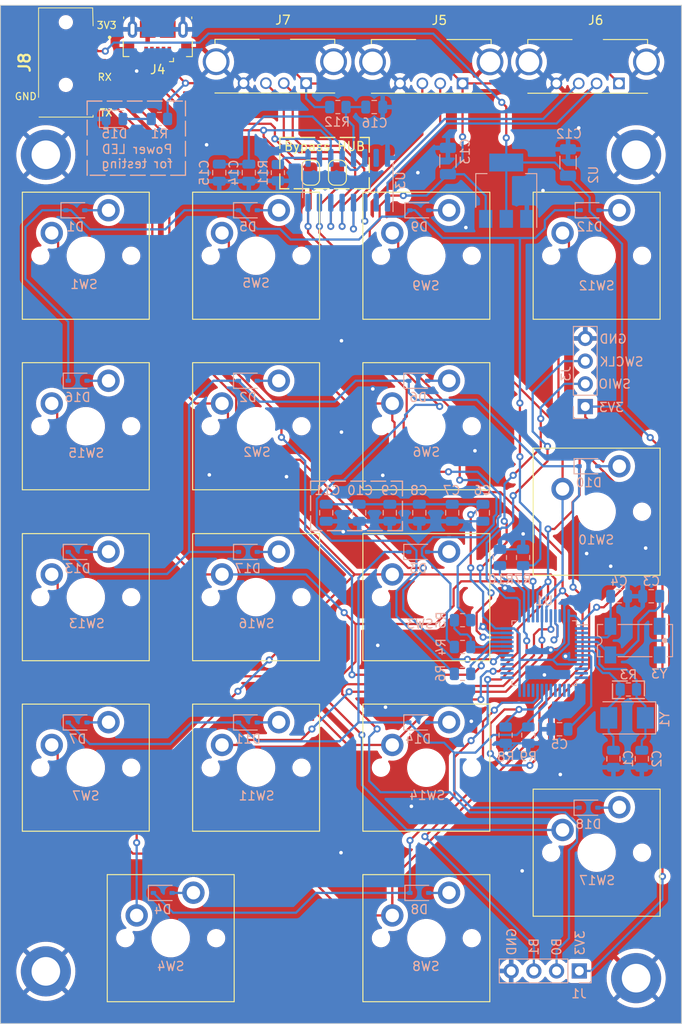
<source format=kicad_pcb>
(kicad_pcb (version 20221018) (generator pcbnew)
  (title_block (title "keyboard-alphanum") (date "2022-07-31") (rev "v1.0") (company "Guillermo"))
  (layers (0 "F.Cu" signal) (31 "B.Cu" signal) (34 "B.Paste" user) (35 "F.Paste" user) (36 "B.SilkS" user "B.Silkscreen") (37 "F.SilkS" user "F.Silkscreen") (38 "B.Mask" user) (39 "F.Mask" user) (44 "Edge.Cuts" user))
  (net 0 "")
  (net 1 "GND")
  (net 2 "Net-(U3-VCC)")
  (net 3 "Net-(D1-A)")
  (net 4 "Net-(D2-A)")
  (net 5 "Net-(D3-A)")
  (net 6 "Net-(D4-A)")
  (net 7 "Net-(D5-A)")
  (net 8 "Net-(D6-A)")
  (net 9 "Net-(D7-A)")
  (net 10 "Net-(D8-A)")
  (net 11 "Net-(D9-A)")
  (net 12 "Net-(D10-A)")
  (net 13 "Net-(D11-A)")
  (net 14 "Net-(D12-A)")
  (net 15 "Net-(D13-A)")
  (net 16 "Net-(D14-A)")
  (net 17 "Net-(D16-A)")
  (net 18 "NRST")
  (net 19 "Net-(D17-A)")
  (net 20 "Net-(D18-A)")
  (net 22 "O0")
  (net 23 "I0")
  (net 24 "I1")
  (net 25 "I2")
  (net 26 "I3")
  (net 27 "O1")
  (net 28 "O2")
  (net 29 "O3")
  (net 30 "O4")
  (net 31 "Net-(J5-D-)")
  (net 32 "+3.3V")
  (net 33 "OSC_IN")
  (net 34 "OSC_OUT")
  (net 35 "OSC32_IN")
  (net 36 "OSC32_OUT")
  (net 37 "BOOT0")
  (net 38 "BOOT1")
  (net 39 "Net-(J5-D+)")
  (net 40 "Net-(J6-D-)")
  (net 41 "Net-(J6-D+)")
  (net 42 "Net-(J7-D-)")
  (net 43 "Net-(J7-D+)")
  (net 44 "Net-(JP1-B)")
  (net 45 "Net-(JP2-B)")
  (net 46 "Net-(U3-REF)")
  (net 49 "SWIO")
  (net 50 "SWCLK")
  (net 51 "VBUS")
  (net 58 "K-DP")
  (net 61 "K-DM")
  (net 64 "V33")
  (net 65 "ScrLock")
  (net 66 "CapsLock")
  (net 67 "NumLock")
  (net 68 "TX")
  (net 69 "RX")
  (net 70 "DM")
  (net 71 "DP")
  (net 75 "Net-(D15-A)")
  (footprint "MountingHole:MountingHole_3.2mm_M3_DIN965_Pad" (layer "F.Cu") (at 32.98087 -39.943079)
    (fp_text reference "H4" hide)
    (fp_text value "MountingHole" hide)
  )
  (footprint "Switch_Keyboard_Cherry_MX:SW_Cherry_MX_PCB_1.00u" (layer "F.Cu") (at -28.58873 9.488521)
    (fp_text reference "SW13")
    (fp_text value "4")
  )
  (footprint "Switch_Keyboard_Cherry_MX:SW_Cherry_MX_PCB_1.00u" (layer "F.Cu") (at -28.58873 -28.662279)
    (fp_text reference "SW1")
    (fp_text value "NL")
  )
  (footprint "Switch_Keyboard_Cherry_MX:SW_Cherry_MX_PCB_1.00u" (layer "F.Cu") (at 9.51127 47.588521)
    (fp_text reference "SW8")
    (fp_text value "dot")
  )
  (footprint "Switch_Keyboard_Cherry_MX:SW_Cherry_MX_PCB_1.00u" (layer "F.Cu") (at 9.51127 -9.612279)
    (fp_text reference "SW6")
    (fp_text value "9")
  )
  (footprint "Switch_Keyboard_Cherry_MX:SW_Cherry_MX_PCB_1.00u" (layer "F.Cu") (at -28.58873 -9.612279)
    (fp_text reference "SW15")
    (fp_text value "7")
  )
  (footprint "Switch_Keyboard_Cherry_MX:SW_Cherry_MX_PCB_2.00u" (layer "F.Cu") (at -19.08913 47.588521)
    (fp_text reference "SW4")
    (fp_text value "0")
  )
  (footprint "Switch_Keyboard_Cherry_MX:SW_Cherry_MX_PCB_1.00u" (layer "F.Cu") (at 9.51127 9.488521)
    (fp_text reference "SW3")
    (fp_text value "6")
  )
  (footprint "common:USB_A_Molex_105057_Vertical" (layer "F.Cu") (at 6.56087 -47.918079)
    (fp_text reference "J5")
    (fp_text value "USB_A")
  )
  (footprint "Jumper:SolderJumper-2_P1.3mm_Open_RoundedPad1.0x1.5mm" (layer "F.Cu") (at -3.43913 -37.943079 -90)
    (fp_text reference "JP1" hide)
    (fp_text value "SolderJumper_2_Open" hide)
  )
  (footprint "MountingHole:MountingHole_3.2mm_M3_DIN965_Pad" (layer "F.Cu") (at 32.98087 52.056921)
    (fp_text reference "H3" hide)
    (fp_text value "MountingHole" hide)
  )
  (footprint "Switch_Keyboard_Cherry_MX:SW_Cherry_MX_PCB_1.00u" (layer "F.Cu") (at 9.51127 28.538521)
    (fp_text reference "SW14")
    (fp_text value "3")
  )
  (footprint "Switch_Keyboard_Cherry_MX:SW_Cherry_MX_PCB_1.00u" (layer "F.Cu") (at -9.53873 -9.612279)
    (fp_text reference "SW2")
    (fp_text value "8")
  )
  (footprint "Switch_Keyboard_Cherry_MX:SW_Cherry_MX_PCB_1.00u" (layer "F.Cu") (at 28.56127 -28.662279)
    (fp_text reference "SW12")
    (fp_text value "sub")
  )
  (footprint "Switch_Keyboard_Cherry_MX:SW_Cherry_MX_PCB_2.00u_90deg" (layer "F.Cu") (at 28.56127 38.038121)
    (fp_text reference "SW17")
    (fp_text value "enter")
  )
  (footprint "common:USB_Micro-B_A01SB141B1-245" (layer "F.Cu") (at -20.54253 -52.760679 180)
    (fp_text reference "J4")
    (fp_text value "USB_B_Mini" hide)
  )
  (footprint "Switch_Keyboard_Cherry_MX:SW_Cherry_MX_PCB_1.00u" (layer "F.Cu") (at -9.53873 9.488521)
    (fp_text reference "SW16")
    (fp_text value "5")
  )
  (footprint "Switch_Keyboard_Cherry_MX:SW_Cherry_MX_PCB_1.00u" (layer "F.Cu") (at 9.51127 -28.662279)
    (fp_text reference "SW9")
    (fp_text value "mul")
  )
  (footprint "MountingHole:MountingHole_3.2mm_M3_DIN965_Pad" (layer "F.Cu") (at -33.05913 -39.943079)
    (fp_text reference "H1" hide)
    (fp_text value "MountingHole" hide)
  )
  (footprint "common:USB_A_Molex_105057_Vertical" (layer "F.Cu") (at 24.06087 -47.918079)
    (fp_text reference "J6")
    (fp_text value "USB_A")
  )
  (footprint "Jumper:SolderJumper-2_P1.3mm_Open_RoundedPad1.0x1.5mm" (layer "F.Cu") (at -0.43913 -37.943079 -90)
    (fp_text reference "JP2" hide)
    (fp_text value "SolderJumper_2_Open" hide)
  )
  (footprint "common:PJ320D" (layer "F.Cu") (at -30.82393 -50.252279 -90)
    (fp_text reference "J8")
    (fp_text value "UART" hide)
  )
  (footprint "common:USB_A_Molex_105057_Vertical" (layer "F.Cu") (at -10.93913 -47.943079)
    (fp_text reference "J7")
    (fp_text value "USB_A")
  )
  (footprint "Switch_Keyboard_Cherry_MX:SW_Cherry_MX_PCB_1.00u" (layer "F.Cu") (at -28.58873 28.538521)
    (fp_text reference "SW7")
    (fp_text value "1")
  )
  (footprint "Switch_Keyboard_Cherry_MX:SW_Cherry_MX_PCB_1.00u" (layer "F.Cu") (at -9.53873 28.538521)
    (fp_text reference "SW11")
    (fp_text value "2")
  )
  (footprint "Switch_Keyboard_Cherry_MX:SW_Cherry_MX_PCB_2.00u_90deg" (layer "F.Cu") (at 28.56127 -0.061879)
    (fp_text reference "SW10")
    (fp_text value "plus")
  )
  (footprint "Switch_Keyboard_Cherry_MX:SW_Cherry_MX_PCB_1.00u" (layer "F.Cu") (at -9.53873 -28.662279)
    (fp_text reference "SW5")
    (fp_text value "div")
  )
  (footprint "MountingHole:MountingHole_3.2mm_M3_DIN965_Pad" (layer "F.Cu") (at -33.05913 51.296921)
    (fp_text reference "H2" hide)
    (fp_text value "MountingHole" hide)
  )
  (footprint "Crystal:Crystal_SMD_SeikoEpson_MC306-4Pin_8.0x3.2mm" (layer "B.Cu") (at 32.85387 14.339921)
    (fp_text reference "Y3")
    (fp_text value "32768MHz")
  )
  (footprint "Diode_SMD:D_SOD-323" (layer "B.Cu") (at -10.45313 -33.742279)
    (fp_text reference "D5")
    (fp_text value "D_Small")
  )
  (footprint "Resistor_SMD:R_0805_2012Metric" (layer "B.Cu") (at 32.11537 19.800921 180)
    (fp_text reference "R3")
    (fp_text value "1M")
  )
  (footprint "Capacitor_SMD:C_0805_2012Metric" (layer "B.Cu") (at -10.35153 -37.943079 -90)
    (fp_text reference "C14")
    (fp_text value "4.7uF")
  )
  (footprint "Diode_SMD:D_SOD-323" (layer "B.Cu") (at -10.45313 -14.692279)
    (fp_text reference "D2")
    (fp_text value "D_Small")
  )
  (footprint "Diode_SMD:D_SOD-323" (layer "B.Cu") (at -29.75713 -33.742279)
    (fp_text reference "D1")
    (fp_text value "D_Small" hide)
  )
  (footprint "Diode_SMD:D_SOD-323" (layer "B.Cu") (at -29.50313 23.483921)
    (fp_text reference "D7")
    (fp_text value "D_Small")
  )
  (footprint "Capacitor_SMD:C_0805_2012Metric" (layer "B.Cu") (at 30.44087 27.547921 90)
    (fp_text reference "C1")
    (fp_text value "22pF")
  )
  (footprint "Diode_SMD:D_SOD-323" (layer "B.Cu") (at -29.50313 4.433921)
    (fp_text reference "D13")
    (fp_text value "D_Small")
  )
  (footprint "Package_QFP:LQFP-48_7x7mm_P0.5mm" (layer "B.Cu") (at 22.69387 15.736921 180)
    (fp_text reference "U1")
    (fp_text value "STM32F103C6T6A")
  )
  (footprint "Capacitor_SMD:C_1206_3216Metric" (layer "B.Cu") (at 25.36087 -39.078079 90)
    (fp_text reference "C12")
    (fp_text value "22uF")
  )
  (footprint "Capacitor_SMD:C_1206_3216Metric" (layer "B.Cu") (at 11.924148 -39.243804 90)
    (fp_text reference "C13")
    (fp_text value "10uF")
  )
  (footprint "Package_TO_SOT_SMD:SOT-223-3_TabPin2" (layer "B.Cu") (at 18.45207 -35.926679 90)
    (fp_text reference "U2")
    (fp_text value "LD1117S33TR")
  )
  (footprint "Resistor_SMD:R_0805_2012Metric" (layer "B.Cu") (at 20.33167 5.056921 90)
    (fp_text reference "R7")
    (fp_text value "1K")
  )
  (footprint "Capacitor_SMD:C_0805_2012Metric" (layer "B.Cu") (at 15.83587 0.056921 -90)
    (fp_text reference "C6")
    (fp_text value "100nF")
  )
  (footprint "Resistor_SMD:R_0805_2012Metric" (layer "B.Cu") (at 13.56087 18.056921)
    (fp_text reference "R6")
    (fp_text value "20R")
  )
  (footprint "Package_SO:SOP-16_3.9x9.9mm_P1.27mm" (layer "B.Cu") (at 0.72287 -37.095079 90)
    (fp_text reference "U3")
    (fp_text value "HS8836A")
  )
  (footprint "Capacitor_SMD:C_0805_2012Metric" (layer "B.Cu") (at 31.07587 9.386921 180)
    (fp_text reference "C4")
    (fp_text value "22pF")
  )
  (footprint "Diode_SMD:D_SOD-323" (layer "B.Cu") (at -29.50313 -14.692279)
    (fp_text reference "D16")
    (fp_text value "D_Small")
  )
  (footprint "Resistor_SMD:R_0805_2012Metric" (layer "B.Cu") (at -7.10033 -37.943079 -90)
    (fp_text reference "R11")
    (fp_text value "100K")
  )
  (footprint "Diode_SMD:D_SOD-323" (layer "B.Cu") (at 27.64687 -5.141879)
    (fp_text reference "D10")
    (fp_text value "D_Small")
  )
  (footprint "Diode_SMD:D_SOD-323" (layer "B.Cu") (at -10.45313 4.433921)
    (fp_text reference "D17")
    (fp_text value "D_Small")
  )
  (footprint "Capacitor_SMD:C_0805_2012Metric" (layer "B.Cu") (at 33.61587 27.547921 90)
    (fp_text reference "C2")
    (fp_text value "22pF")
  )
  (footprint "Resistor_SMD:R_0805_2012Metric" (layer "B.Cu") (at 18.37587 24.904421 -90)
    (fp_text reference "R8")
    (fp_text value "1K")
  )
  (footprint "LED_SMD:LED_0805_2012Metric" (layer "B.Cu") (at -25.37663 -43.943079)
    (fp_text reference "D15")
    (fp_text value "LED")
  )
  (footprint "Diode_SMD:D_SOD-323" (layer "B.Cu") (at 27.77387 -33.742279)
    (fp_text reference "D12")
    (fp_text value "D_Small")
  )
  (footprint "Capacitor_SMD:C_0805_2012Metric" (layer "B.Cu") (at 24.41087 24.245921)
    (fp_text reference "C5")
    (fp_text value "100nF")
  )
  (footprint "Capacitor_SMD:C_0805_2012Metric" (layer "B.Cu") (at 8.72387 0.056921 -90)
    (fp_text reference "C8")
    (fp_text value "100nF")
  )
  (footprint "Capacitor_SMD:C_0805_2012Metric" (layer "B.Cu") (at -13.65803 -37.943079 -90)
    (fp_text reference "C15")
    (fp_text value "100nF")
  )
  (footprint "Resistor_SMD:R_0805_2012Metric" (layer "B.Cu") (at 20.91587 24.904421 -90)
    (fp_text reference "R9")
    (fp_text value "1K")
  )
  (footprint "Diode_SMD:D_SOD-323" (layer "B.Cu") (at -10.45313 23.483921)
    (fp_text reference "D11")
    (fp_text value "D_Small")
  )
  (footprint "Resistor_SMD:R_0805_2012Metric" (layer "B.Cu") (at 13.56087 12.056921 180)
    (fp_text reference "R5")
    (fp_text value "20R")
  )
  (footprint "Connector_PinHeader_2.54mm:PinHeader_1x04_P2.54mm_Vertical" (layer "B.Cu") (at 27.29127 -11.806679)
    (fp_text reference "J3")
    (fp_text value "ST-Link")
  )
  (footprint "Diode_SMD:D_SOD-323" (layer "B.Cu") (at -19.97813 42.533921)
    (fp_text reference "D4")
    (fp_text value "D_Small")
  )
  (footprint "Resistor_SMD:R_0805_2012Metric" (layer "B.Cu") (at -0.39283 -45.273879 180)
    (fp_text reference "R12")
    (fp_text value "4R7")
  )
  (footprint "Diode_SMD:D_SOD-323" (layer "B.Cu") (at 8.59687 -14.692279)
    (fp_text reference "D6")
    (fp_text value "D_Small")
  )
  (footprint "Connector_PinHeader_2.54mm:PinHeader_1x04_P2.54mm_Vertical" (layer "B.Cu") (at 26.62 51.25 90)
    (fp_text reference "J1")
    (fp_text value "Prog pings")
  )
  (footprint "Capacitor_SMD:C_0805_2012Metric" (layer "B.Cu") (at 12.40687 0.056921 -90)
    (fp_text reference "C7")
    (fp_text value "100nF")
  )
  (footprint "Diode_SMD:D_SOD-323" (layer "B.Cu") (at 8.59687 23.483921)
    (fp_text reference "D14")
    (fp_text value "D_Small")
  )
  (footprint "Crystal:Crystal_SMD_Abracon_ABM3-2Pin_5.0x3.2mm" (layer "B.Cu") (at 31.96487 22.975921 180)
    (fp_text reference "Y1")
    (fp_text value "8MHz")
  )
  (footprint "Resistor_SMD:R_0805_2012Metric" (layer "B.Cu") (at 13.56087 15.056921 180)
    (fp_text reference "R4")
    (fp_text value "4.7K")
  )
  (footprint "Resistor_SMD:R_0805_2012Metric" (layer "B.Cu") (at -20.35163 -43.943079)
    (fp_text reference "R1")
    (fp_text value "1K")
  )
  (footprint "Diode_SMD:D_SOD-323" (layer "B.Cu") (at 8.72387 42.533921)
    (fp_text reference "D8")
    (fp_text value "D_Small")
  )
  (footprint "Diode_SMD:D_SOD-323" (layer "B.Cu") (at 27.64687 33.008921)
    (fp_text reference "D18")
    (fp_text value "D_Small")
  )
  (footprint "Capacitor_SMD:C_0805_2012Metric" (layer "B.Cu") (at 3.677625 -45.272541 180)
    (fp_text reference "C16")
    (fp_text value "4.7uF")
  )
  (footprint "Capacitor_SMD:C_0805_2012Metric" (layer "B.Cu") (at 5.42187 0.056921 -90)
    (fp_text reference "C9")
    (fp_text value "4.7uF")
  )
  (footprint "Diode_SMD:D_SOD-323" (layer "B.Cu") (at 8.59687 4.433921)
    (fp_text reference "D3")
    (fp_text value "D_Small")
  )
  (footprint "Capacitor_SMD:C_0805_2012Metric" (layer "B.Cu") (at -1.69013 0.056921 -90)
    (fp_text reference "C11")
    (fp_text value "1uF")
  )
  (footprint "Resistor_SMD:R_0805_2012Metric" (layer "B.Cu") (at 17.74087 5.056921 90)
    (fp_text reference "R10")
    (fp_text value "1K")
  )
  (footprint "Diode_SMD:D_SOD-323" (layer "B.Cu") (at 8.72387 -33.742279)
    (fp_text reference "D9")
    (fp_text value "D_Small")
  )
  (footprint "Capacitor_SMD:C_0805_2012Metric" (layer "B.Cu") (at 1.99287 0.056921 -90)
    (fp_text reference "C10")
    (fp_text value "10nF")
  )
  (footprint "Capacitor_SMD:C_0805_2012Metric" (layer "B.Cu") (at 34.67247 9.386921)
    (fp_text reference "C3")
    (fp_text value "22pF")
  )
  (gr_rect (start -28.43913 -45.943079) (end -17.43913 -37.653811) (stroke (width 0.15) (type dash)) (fill none) (layer "B.SilkS"))
  (gr_rect (start 30.337912 18.85707) (end 33.905236 20.819098) (stroke (width 0.15) (type dash)) (fill none) (layer "B.SilkS"))
  (gr_circle (center 36.168994 14.335296) (end 36.32192 14.335296) (stroke (width 0.3)) (fill none) (layer "B.SilkS"))
  (gr_rect (start -3.43913 -3.47473) (end 6.834785 2.056921) (stroke (width 0.15) (type dash)) (fill none) (layer "B.SilkS"))
  (gr_rect (start -6.87802 -41.876983) (end 3.12198 -36.147865) (stroke (width 0.15) (type dash)) (fill none) (layer "F.SilkS"))
  (gr_rect (start -38.13913 -56.653079) (end 38.06087 57.138921) (stroke (width 0.1)) (fill none) (layer "Edge.Cuts"))
  (gr_text "3V3" (at 26.702783 48.117481 90) (layer "B.SilkS") (effects (font (size 1 1)) (justify mirror)))
  (gr_text "GND" (at 30.408614 -19.356343) (layer "B.SilkS") (effects (font (size 1 1)) (justify mirror)))
  (gr_text "B0" (at 24.092695 48.552495 90) (layer "B.SilkS") (effects (font (size 1 1)) (justify mirror)))
  (gr_text "GND" (at 19.053777 47.990601 90) (layer "B.SilkS") (effects (font (size 1 1)) (justify mirror)))
  (gr_text "SWIO" (at 30.58262 -14.331925) (layer "B.SilkS") (effects (font (size 1 1)) (justify mirror)))
  (gr_text "3V3" (at 30.212858 -11.721838) (layer "B.SilkS") (effects (font (size 1 1)) (justify mirror)))
  (gr_text "SWCLK" (at 31.343896 -16.811508) (layer "B.SilkS") (effects (font (size 1 1)) (justify mirror)))
  (gr_text "B1" (at 21.555111 48.552495 90) (layer "B.SilkS") (effects (font (size 1 1)) (justify mirror)))
  (gr_text "Power LED\nfor testing" (at -18.795777 -38.363261) (layer "B.SilkS") (effects (font (size 1 1)) (justify left bottom mirror)))
  (gr_text "RX" (at -27.338096 -48.150262) (layer "F.SilkS") (effects (font (size 0.8 0.8) (thickness 0.125)) (justify left bottom)))
  (gr_text "GND" (at -36.610284 -45.992744) (layer "F.SilkS") (effects (font (size 0.8 0.8) (thickness 0.125)) (justify left bottom)))
  (gr_text "TX" (at -27.106934 -44.169128) (layer "F.SilkS") (effects (font (size 0.8 0.8)) (justify left bottom)))
  (gr_text "3V3" (at -27.43913 -53.943079) (layer "F.SilkS") (effects (font (size 0.8 0.8) (thickness 0.125)) (justify left bottom)))
  (gr_text "Bypass HUB" (at -1.87802 -40.876983) (layer "F.SilkS") (effects (font (size 1 1))))
  (segment (start -23.74253 -51.248079) (end -23.74253 -51.730679) (width 0.25) (layer "F.Cu") (net 1))
  (segment (start 25.08147 17.159321) (end 25.08147 16.092521) (width 0.25) (layer "F.Cu") (net 1))
  (segment (start 22.71927 18.175321) (end 24.06547 18.175321) (width 0.25) (layer "F.Cu") (net 1))
  (segment (start 24.06547 18.175321) (end 25.08147 17.159321) (width 0.25) (layer "F.Cu") (net 1))
  (segment (start -21.84253 -50.353879) (end -22.89913 -49.297279) (width 0.25) (layer "F.Cu") (net 1))
  (segment (start 23.43047 15.381321) (end 24.37027 15.381321) (width 0.25) (layer "F.Cu") (net 1))
  (segment (start 24.37027 15.381321) (end 25.08147 16.092521) (width 0.25) (layer "F.Cu") (net 1))
  (segment (start -21.84253 -51.310679) (end -21.84253 -50.353879) (width 0.25) (layer "F.Cu") (net 1))
  (via (at 3.51687 -13.777879) (size 0.8) (drill 0.4) (layers "F.Cu" "B.Cu") (net 1))
  (via (at 4.07567 14.873321) (size 0.8) (drill 0.4) (layers "F.Cu" "B.Cu") (net 1))
  (via (at 8.56087 -37.943079) (size 0.8) (drill 0.4) (layers "F.Cu" "B.Cu") (net 1))
  (via (at 18.46857 26.933921) (size 0.8) (drill 0.4) (layers "F.Cu" "B.Cu") (net 1))
  (via (at 7.83487 32.856521) (size 0.8) (drill 0.4) (layers "F.Cu" "B.Cu") (net 1))
  (via (at 4.63447 -4.125879) (size 0.8) (drill 0.4) (layers "F.Cu" "B.Cu") (net 1))
  (via (at 14.54047 23.356921) (size 0.8) (drill 0.4) (layers "F.Cu" "B.Cu") (net 1))
  (via (at -14.77113 -4.176679) (size 0.8) (drill 0.4) (layers "F.Cu" "B.Cu") (net 1))
  (via (at 26.56087 -42.943079) (size 0.8) (drill 0.4) (layers "F.Cu" "B.Cu") (net 1))
  (via (at 20.341314 2.422118) (size 0.8) (drill 0.4) (layers "F.Cu" "B.Cu") (net 1))
  (via (at 13.93087 -31.811879) (size 0.8) (drill 0.4) (layers "F.Cu" "B.Cu") (net 1))
  (via (at 18.30527 8.464621) (size 0.8) (drill 0.4) (layers "F.Cu" "B.Cu") (net 1))
  (via (at 30.13607 6.034121) (size 0.8) (drill 0.4) (layers "F.Cu" "B.Cu") (net 1))
  (via (at 4.93927 21.782121) (size 0.8) (drill 0.4) (layers "F.Cu" "B.Cu") (net 1))
  (via (at 15.86087 12.790921) (size 0.8) (drill 0.4) (layers "F.Cu" "B.Cu") (net 1))
  (via (at 20.23007 40.070121) (size 0.8) (drill 0.4) (layers "F.Cu" "B.Cu") (net 1))
  (via (at 0.21487 2.173321) (size 0.8) (drill 0.4) (layers "F.Cu" "B.Cu") (net 1))
  (via (at 25.08147 16.092521) (size 0.8) (drill 0.4) (layers "F.Cu" "B.Cu") (net 1))
  (via (at 0.01167 -19.162679) (size 0.8) (drill 0.4) (layers "F.Cu" "B.Cu") (net 1))
  (via (at 22.71927 18.175321) (size 0.8) (drill 0.4) (layers "F.Cu" "B.Cu") (net 1))
  (via (at -0.03913 38.038121) (size 0.8) (drill 0.4) (layers "F.Cu" "B.Cu") (net 1))
  (via (at 24.49727 29.300521) (size 0.8) (drill 0.4) (layers "F.Cu" "B.Cu") (net 1))
  (via (at 22.56087 -35.943079) (size 0.8) (drill 0.4) (layers "F.Cu" "B.Cu") (net 1))
  (via (at -15.07593 -41.057479) (size 0.8) (drill 0.4) (layers "F.Cu" "B.Cu") (net 1))
  (via (at 27.44367 4.611721) (size 0.8) (drill 0.4) (layers "F.Cu" "B.Cu") (net 1))
  (via (at 14.94687 -6.869079) (size 0.8) (drill 0.4) (layers "F.Cu" "B.Cu") (net 1))
  (via (at 23.43047 15.381321) (size 0.8) (drill 0.4) (layers "F.Cu" "B.Cu") (net 1))
  (via (at -6.13513 -3.973479) (size 0.8) (drill 0.4) (layers "F.Cu" "B.Cu") (net 1))
  (via (at 0.01167 -8.951879) (size 0.8) (drill 0.4) (layers "F.Cu" "B.Cu") (net 1))
  (via (at -22.89913 -49.297279) (size 0.8) (drill 0.4) (layers "F.Cu" "B.Cu") (net 1))
  (via (at 34.04767 4.002121) (size 0.8) (drill 0.4) (layers "F.Cu" "B.Cu") (net 1))
  (segment (start 24.94387 11.574421) (end 24.94387 14.568419) (width 0.25) (layer "B.Cu") (net 1))
  (segment (start 25.36087 -41.743079) (end 26.56087 -42.943079) (width 0.25) (layer "B.Cu") (net 1))
  (segment (start 23.17857 25.488221) (end 22.84987 25.816921) (width 0.25) (layer "B.Cu") (net 1))
  (segment (start 20.341314 2.422118) (end 20.33167 2.505156) (width 0.25) (layer "B.Cu") (net 1))
  (segment (start 24.94387 10.464321) (end 25.56407 9.844121) (width 0.25) (layer "B.Cu") (net 1))
  (segment (start 22.71927 18.175321) (end 21.33197 18.175321) (width 0.25) (layer "B.Cu") (net 1))
  (segment (start 15.83587 1.006921) (end 12.40687 1.006921) (width 0.25) (layer "B.Cu") (net 1))
  (segment (start 16.71387 5.171421) (end 17.74087 4.144421) (width 0.25) (layer "B.Cu") (net 1))
  (segment (start 20.75207 -32.776679) (end 20.75207 -35.134279) (width 0.25) (layer "B.Cu") (net 1))
  (segment (start 0.21487 2.173321) (end 0.21487 1.527382) (width 0.25) (layer "B.Cu") (net 1))
  (segment (start 33.72247 9.386921) (end 32.02587 9.386921) (width 0.25) (layer "B.Cu") (net 1))
  (segment (start 21.33197 18.175321) (end 20.44387 19.063421) (width 0.25) (layer "B.Cu") (net 1))
  (segment (start 21.56087 -35.943079) (end 22.56087 -35.943079) (width 0.25) (layer "B.Cu") (net 1))
  (segment (start -26.31413 -43.943079) (end -26.31413 -45.882279) (width 0.25) (layer "B.Cu") (net 1))
  (segment (start 19.58557 25.816921) (end 18.46857 26.933921) (width 0.25) (layer "B.Cu") (net 1))
  (segment (start 25.36087 -40.553079) (end 25.36087 -41.743079) (width 0.25) (layer "B.Cu") (net 1))
  (segment (start 22.84987 25.816921) (end 20.91587 25.816921) (width 0.25) (layer "B.Cu") (net 1))
  (segment (start 20.75207 -35.134279) (end 21.56087 -35.943079) (width 0.25) (layer "B.Cu") (net 1))
  (segment (start 23.46087 24.245921) (end 23.46087 25.205921) (width 0.25) (layer "B.Cu") (net 1))
  (segment (start 25.47587 16.486921) (end 25.08147 16.092521) (width 0.25) (layer "B.Cu") (net 1))
  (segment (start 24.130968 15.381321) (end 23.43047 15.381321) (width 0.25) (layer "B.Cu") (net 1))
  (segment (start 19.58557 25.816921) (end 20.91587 25.816921) (width 0.25) (layer "B.Cu") (net 1))
  (segment (start -0.305591 1.006921) (end -1.69013 1.006921) (width 0.25) (layer "B.Cu") (net 1))
  (segment (start 26.85637 16.486921) (end 25.47587 16.486921) (width 0.25) (layer "B.Cu") (net 1))
  (segment (start 24.94387 14.568419) (end 24.130968 15.381321) (width 0.25) (layer "B.Cu") (net 1))
  (segment (start 17.74087 4.144421) (end 20.33167 4.144421) (width 0.25) (layer "B.Cu") (net 1))
  (segment (start 18.53087 13.486921) (end 16.55787 13.486921) (width 0.25) (layer "B.Cu") (net 1))
  (segment (start 23.46087 25.205921) (end 23.17857 25.488221) (width 0.25) (layer "B.Cu") (net 1))
  (segment (start 24.94387 11.574421) (end 24.94387 10.464321) (width 0.25) (layer "B.Cu") (net 1))
  (segment (start 18.30527 8.464621) (end 16.71387 6.873221) (width 0.25) (layer "B.Cu") (net 1))
  (segment (start 25.56407 9.844121) (end 26.32607 9.844121) (width 0.25) (layer "B.Cu") (net 1))
  (segment (start 18.53087 13.486921) (end 18.53137 13.486921) (width 0.25) (layer "B.Cu") (net 1))
  (segment (start 20.33167 4.144421) (end 20.341314 2.422118) (width 0.25) (layer "B.Cu") (net 1))
  (segment (start 0.21487 1.527382) (end -0.305591 1.006921) (width 0.25) (layer "B.Cu") (net 1))
  (segment (start 16.71387 6.873221) (end 16.71387 5.171421) (width 0.25) (layer "B.Cu") (net 1))
  (segment (start 26.32607 9.844121) (end 30.13607 6.034121) (width 0.25) (layer "B.Cu") (net 1))
  (segment (start 18.37587 25.816921) (end 19.58557 25.816921) (width 0.25) (layer "B.Cu") (net 1))
  (segment (start 20.44387 19.063421) (end 20.44387 19.899421) (width 0.25) (layer "B.Cu") (net 1))
  (segment (start -26.31413 -45.882279) (end -22.89913 -49.297279) (width 0.25) (layer "B.Cu") (net 1))
  (segment (start 16.55787 13.486921) (end 15.86087 12.790921) (width 0.25) (layer "B.Cu") (net 1))
  (segment (start 1.35787 -39.595079) (end 1.35787 -43.146079) (width 0.25) (layer "B.Cu") (net 2))
  (segment (start 0.51967 -43.984279) (end 0.56087 -43.943079) (width 0.25) (layer "B.Cu") (net 2))
  (segment (start 0.51967 -45.273879) (end 2.726287 -45.273879) (width 0.25) (layer "B.Cu") (net 2))
  (segment (start 1.35787 -43.146079) (end 0.56087 -43.943079) (width 0.25) (layer "B.Cu") (net 2))
  (segment (start 2.726287 -45.273879) (end 2.727625 -45.272541) (width 0.25) (layer "B.Cu") (net 2))
  (segment (start 0.51967 -45.273879) (end 0.51967 -43.984279) (width 0.25) (layer "B.Cu") (net 2))
  (segment (start -26.04913 -33.742279) (end -26.04873 -33.742279) (width 0.25) (layer "B.Cu") (net 3))
  (segment (start -28.70713 -33.742279) (end -26.04913 -33.742279) (width 0.25) (layer "B.Cu") (net 3))
  (segment (start -9.40313 -14.692279) (end -6.99913 -14.692279) (width 0.25) (layer "B.Cu") (net 4))
  (segment (start -6.99913 -14.692279) (end -6.99873 -14.692279) (width 0.25) (layer "B.Cu") (net 4))
  (segment (start 9.64687 4.433921) (end 12.02587 4.433921) (width 0.25) (layer "B.Cu") (net 5))
  (segment (start 12.03837 4.421221) (end 12.03857 4.421221) (width 0.25) (layer "B.Cu") (net 5))
  (segment (start 12.03837 4.421221) (end 12.05087 4.408521) (width 0.25) (layer "B.Cu") (net 5))
  (segment (start 12.02587 4.433921) (end 12.03837 4.421221) (width 0.25) (layer "B.Cu") (net 5))
  (segment (start 12.03857 4.421221) (end 12.05127 4.408521) (width 0.25) (layer "B.Cu") (net 5))
  (segment (start -16.57413 42.533921) (end -16.54913 42.508921) (width 0.25) (layer "B.Cu") (net 6))
  (segment (start -16.54913 42.508921) (end -16.54913 42.508521) (width 0.25) (layer "B.Cu") (net 6))
  (segment (start -18.92813 42.533921) (end -16.57413 42.533921) (width 0.25) (layer "B.Cu") (net 6))
  (segment (start -9.40313 -33.742279) (end -6.99913 -33.742279) (width 0.25) (layer "B.Cu") (net 7))
  (segment (start -6.99913 -33.742279) (end -6.99873 -33.742279) (width 0.25) (layer "B.Cu") (net 7))
  (segment (start 9.64687 -14.692279) (end 12.05087 -14.692279) (width 0.25) (layer "B.Cu") (net 8))
  (segment (start 12.05087 -14.692279) (end 12.05127 -14.692279) (width 0.25) (layer "B.Cu") (net 8))
  (segment (start -26.07413 23.483921) (end -26.04913 23.458921) (width 0.25) (layer "B.Cu") (net 9))
  (segment (start -26.04913 23.458921) (end -26.04873 23.458521) (width 0.25) (layer "B.Cu") (net 9))
  (segment (start -28.45313 23.483921) (end -26.07413 23.483921) (width 0.25) (layer "B.Cu") (net 9))
  (segment (start 12.05087 42.508921) (end 12.05127 42.508521) (width 0.25) (layer "B.Cu") (net 10))
  (segment (start 9.77387 42.533921) (end 12.02587 42.533921) (width 0.25) (layer "B.Cu") (net 10))
  (segment (start 12.02587 42.533921) (end 12.05087 42.508921) (width 0.25) (layer "B.Cu") (net 10))
  (segment (start 9.77387 -33.742279) (end 12.05087 -33.742279) (width 0.25) (layer "B.Cu") (net 11))
  (segment (start 12.05087 -33.742279) (end 12.05127 -33.742279) (width 0.25) (layer "B.Cu") (net 11))
  (segment (start 28.69687 -5.141879) (end 31.10087 -5.141879) (width 0.25) (layer "B.Cu") (net 12))
  (segment (start 31.10087 -5.141879) (end 31.10127 -5.141879) (width 0.25) (layer "B.Cu") (net 12))
  (segment (start -9.40313 23.483921) (end -7.02413 23.483921) (width 0.25) (layer "B.Cu") (net 13))
  (segment (start -7.02413 23.483921) (end -6.99913 23.458921) (width 0.25) (layer "B.Cu") (net 13))
  (segment (start -6.99913 23.458921) (end -6.99873 23.458521) (width 0.25) (layer "B.Cu") (net 13))
  (segment (start 31.10087 -33.742279) (end 31.10127 -33.742279) (width 0.25) (layer "B.Cu") (net 14))
  (segment (start 28.82387 -33.742279) (end 31.10087 -33.742279) (width 0.25) (layer "B.Cu") (net 14))
  (segment (start -28.45313 4.433921) (end -26.07413 4.433921) (width 0.25) (layer "B.Cu") (net 15))
  (segment (start -26.06143 4.421221) (end -26.04873 4.408521) (width 0.25) (layer "B.Cu") (net 15))
  (segment (start -26.07413 4.433921) (end -26.06163 4.421221) (width 0.25) (layer "B.Cu") (net 15))
  (segment (start -26.06163 4.421221) (end -26.06143 4.421221) (width 0.25) (layer "B.Cu") (net 15))
  (segment (start -26.06163 4.421221) (end -26.04913 4.408521) (width 0.25) (layer "B.Cu") (net 15))
  (segment (start 9.64687 23.483921) (end 12.02587 23.483921) (width 0.25) (layer "B.Cu") (net 16))
  (segment (start 12.02587 23.483921) (end 12.05087 23.458921) (width 0.25) (layer "B.Cu") (net 16))
  (segment (start 12.05087 23.458921) (end 12.05127 23.458521) (width 0.25) (layer "B.Cu") (net 16))
  (segment (start -26.04913 -14.692279) (end -26.04873 -14.692279) (width 0.25) (layer "B.Cu") (net 17))
  (segment (start -28.45313 -14.692279) (end -26.04913 -14.692279) (width 0.25) (layer "B.Cu") (net 17))
  (segment (start 27.95187 16.142921) (end 27.95187 21.654921) (width 0.25) (layer "B.Cu") (net 18))
  (segment (start 27.95187 21.654921) (end 25.36087 24.245921) (width 0.25) (layer "B.Cu") (net 18))
  (segment (start 26.85687 15.986921) (end 26.85637 15.986921) (width 0.25) (layer "B.Cu") (net 18))
  (segment (start 26.85687 15.986921) (end 27.79487 15.986921) (width 0.25) (layer "B.Cu") (net 18))
  (segment (start 27.79487 15.986921) (end 27.95187 16.142921) (width 0.25) (layer "B.Cu") (net 18))
  (segment (start -7.01143 4.421221) (end -6.99873 4.408521) (width 0.25) (layer "B.Cu") (net 19))
  (segment (start -7.01163 4.421221) (end -7.01143 4.421221) (width 0.25) (layer "B.Cu") (net 19))
  (segment (start -7.02413 4.433921) (end -7.01163 4.421221) (width 0.25) (layer "B.Cu") (net 19))
  (segment (start -7.01163 4.421221) (end -6.99913 4.408521) (width 0.25) (layer "B.Cu") (net 19))
  (segment (start -9.40313 4.433921) (end -7.02413 4.433921) (width 0.25) (layer "B.Cu") (net 19))
  (segment (start 31.05087 33.008921) (end 31.07587 32.983421) (width 0.25) (layer "B.Cu") (net 20))
  (segment (start 31.07587 32.983421) (end 31.07597 32.983421) (width 0.25) (layer "B.Cu") (net 20))
  (segment (start 31.07597 32.983421) (end 31.10127 32.958121) (width 0.25) (layer "B.Cu") (net 20))
  (segment (start 28.69687 33.008921) (end 31.05087 33.008921) (width 0.25) (layer "B.Cu") (net 20))
  (segment (start 31.07587 32.983421) (end 31.10087 32.957921) (width 0.25) (layer "B.Cu") (net 20))
  (segment (start -16.30913 -12.152279) (end -13.34913 -12.152279) (width 0.25) (layer "F.Cu") (net 22))
  (segment (start -31.68713 -30.491079) (end -31.68713 -27.530979) (width 0.25) (layer "F.Cu") (net 22))
  (segment (start -31.68713 -27.530979) (end -16.30913 -12.152279) (width 0.25) (layer "F.Cu") (net 22))
  (segment (start -12.68813 -11.491879) (end -12.68813 -7.224679) (width 0.25) (layer "F.Cu") (net 22))
  (segment (start -22.89913 31.331921) (end -11.57113 20.003921) (width 0.25) (layer "F.Cu") (net 22))
  (segment (start 24.16887 13.880921) (end 23.78587 14.263921) (width 0.25) (layer "F.Cu") (net 22))
  (segment (start -22.89913 36.920921) (end -22.89913 31.331921) (width 0.25) (layer "F.Cu") (net 22))
  (segment (start -32.04313 -30.846679) (end -32.39873 -31.202279) (width 0.25) (layer "F.Cu") (net 22))
  (segment (start 5.70127 6.948521) (end 23.43087 6.948521) (width 0.25) (layer "F.Cu") (net 22))
  (segment (start 1.48487 6.948521) (end -8.06513 16.498921) (width 0.25) (layer "F.Cu") (net 22))
  (segment (start 23.43087 6.948521) (end 23.93887 7.456521) (width 0.25) (layer "F.Cu") (net 22))
  (segment (start -13.34873 -12.152279) (end -13.34893 -12.152079) (width 0.25) (layer "F.Cu") (net 22))
  (segment (start -13.34913 -12.152279) (end -13.34893 -12.152079) (width 0.25) (layer "F.Cu") (net 22))
  (segment (start -12.68813 -7.224679) (end 1.48487 6.948521) (width 0.25) (layer "F.Cu") (net 22))
  (segment (start 23.93887 7.456521) (end 23.93887 12.434921) (width 0.25) (layer "F.Cu") (net 22))
  (segment (start 1.48487 6.948521) (end 5.70127 6.948521) (width 0.25) (layer "F.Cu") (net 22))
  (segment (start -13.34893 -12.152079) (end -12.68813 -11.491879) (width 0.25) (layer "F.Cu") (net 22))
  (segment (start -32.39913 -31.202279) (end -32.04313 -30.846679) (width 0.25) (layer "F.Cu") (net 22))
  (segment (start 23.93887 12.434921) (end 24.16887 12.664921) (width 0.25) (layer "F.Cu") (net 22))
  (segment (start -32.04313 -30.846679) (end -31.68713 -30.491079) (width 0.25) (layer "F.Cu") (net 22))
  (segment (start 24.16887 12.664921) (end 24.16887 13.880921) (width 0.25) (layer "F.Cu") (net 22))
  (via (at 23.78587 14.263921) (size 0.8) (drill 0.4) (layers "F.Cu" "B.Cu") (net 22))
  (via (at -22.89913 36.920921) (size 0.8) (drill 0.4) (layers "F.Cu" "B.Cu") (net 22))
  (via (at -8.06513 16.498921) (size 0.8) (drill 0.4) (layers "F.Cu" "B.Cu") (net 22))
  (via (at -11.57113 20.003921) (size 0.8) (drill 0.4) (layers "F.Cu" "B.Cu") (net 22))
  (segment (start 23.94387 12.439921) (end 24.19287 12.688921) (width 0.25) (layer "B.Cu") (net 22))
  (segment (start 24.19287 13.856921) (end 23.78587 14.263921) (width 0.25) (layer "B.Cu") (net 22))
  (segment (start -8.06513 16.498921) (end -11.57113 20.003921) (width 0.25) (layer "B.Cu") (net 22))
  (segment (start 23.94387 11.574921) (end 23.94387 12.439921) (width 0.25) (layer "B.Cu") (net 22))
  (segment (start 23.94387 11.574421) (end 23.94387 11.574921) (width 0.25) (layer "B.Cu") (net 22))
  (segment (start -22.89913 36.920921) (end -22.89913 45.048521) (width 0.25) (layer "B.Cu") (net 22))
  (segment (start 24.19287 12.688921) (end 24.19287 13.856921) (width 0.25) (layer "B.Cu") (net 22))
  (segment (start 19.97587 -6.208679) (end 19.97587 -12.203079) (width 0.25) (layer "F.Cu") (net 23))
  (via (at 19.97587 -6.208679) (size 0.8) (drill 0.4) (layers "F.Cu" "B.Cu") (net 23))
  (via (at 19.97587 -12.203079) (size 0.8) (drill 0.4) (layers "F.Cu" "B.Cu") (net 23))
  (segment (start 23.88787 -33.742279) (end 26.72387 -33.742279) (width 0.25) (layer "B.Cu") (net 23))
  (segment (start 20.33187 6.592621) (end 20.33187 5.969421) (width 0.25) (layer "B.Cu") (net 23))
  (segment (start 20.33167 6.592421) (end 20.33167 5.969421) (width 0.25) (layer "B.Cu") (net 23))
  (segment (start 20.36887 5.932521) (end 21.55087 5.932521) (width 0.25) (layer "B.Cu") (net 23))
  (segment (start 21.70287 -30.643479) (end 22.76987 -31.710279) (width 0.25) (layer "B.Cu") (net 23))
  (segment (start -9.42013 -31.659479) (end -6.861889 -31.659479) (width 0.25) (layer "B.Cu") (net 23))
  (segment (start 22.76987 -31.710279) (end 22.76987 -32.624679) (width 0.25) (layer "B.Cu") (net 23))
  (segment (start 6.96287 -33.031079) (end 7.67387 -33.742279) (width 0.25) (layer "B.Cu") (net 23))
  (segment (start 22.76987 -32.624679) (end 23.88787 -33.742279) (width 0.25) (layer "B.Cu") (net 23))
  (segment (start 19.92487 -30.643479) (end 21.70287 -30.643479) (width 0.25) (layer "B.Cu") (net 23))
  (segment (start -35.34513 -31.862679) (end -35.34513 -26.071479) (width 0.25) (layer "B.Cu") (net 23))
  (segment (start -11.50313 -33.742279) (end -9.42013 -31.659479) (width 0.25) (layer "B.Cu") (net 23))
  (segment (start 20.94387 8.702321) (end 20.33187 8.090121) (width 0.25) (layer "B.Cu") (net 23))
  (segment (start -19.69913 -31.608679) (end -17.56513 -33.742279) (width 0.25) (layer "B.Cu") (net 23))
  (segment (start 8.22387 -33.742279) (end 11.32287 -30.643479) (width 0.25) (layer "B.Cu") (net 23))
  (segment (start -5.675794 -30.473384) (end 1.975175 -30.473384) (width 0.25) (layer "B.Cu") (net 23))
  (segment (start 22.26187 1.157321) (end 19.97587 -1.128679) (width 0.25) (layer "B.Cu") (net 23))
  (segment (start -28.12313 -31.608679) (end -19.69913 -31.608679) (width 0.25) (layer "B.Cu") (net 23))
  (segment (start 20.33187 6.592621) (end 20.33167 6.592421) (width 0.25) (layer "B.Cu") (net 23))
  (segment (start -33.46513 -33.742279) (end -35.34513 -31.862679) (width 0.25) (layer "B.Cu") (net 23))
  (segment (start 22.26187 5.221321) (end 22.26187 1.157321) (width 0.25) (layer "B.Cu") (net 23))
  (segment (start 7.67387 -33.742279) (end 8.22387 -33.742279) (width 0.25) (layer "B.Cu") (net 23))
  (segment (start -6.861889 -31.659479) (end -5.675794 -30.473384) (width 0.25) (layer "B.Cu") (net 23))
  (segment (start -30.80713 -33.742279) (end -33.46513 -33.742279) (width 0.25) (layer "B.Cu") (net 23))
  (segment (start -35.34513 -26.071479) (end -30.55313 -21.279479) (width 0.25) (layer "B.Cu") (net 23))
  (segment (start 1.975175 -30.473384) (end 4.53287 -33.031079) (width 0.25) (layer "B.Cu") (net 23))
  (segment (start -30.80713 -33.742279) (end -30.25713 -33.742279) (width 0.25) (layer "B.Cu") (net 23))
  (segment (start 19.97587 -12.203079) (end 19.97587 -30.592679) (width 0.25) (layer "B.Cu") (net 23))
  (segment (start 20.33187 5.969421) (end 20.36887 5.932521) (width 0.25) (layer "B.Cu") (net 23))
  (segment (start -30.55313 -21.279479) (end -30.55313 -14.692279) (width 0.25) (layer "B.Cu") (net 23))
  (segment (start -17.56513 -33.742279) (end -11.50313 -33.742279) (width 0.25) (layer "B.Cu") (net 23))
  (segment (start 21.55087 5.932521) (end 22.26187 5.221321) (width 0.25) (layer "B.Cu") (net 23))
  (segment (start 4.53287 -33.031079) (end 6.96287 -33.031079) (width 0.25) (layer "B.Cu") (net 23))
  (segment (start -30.25713 -33.742279) (end -28.12313 -31.608679) (width 0.25) (layer "B.Cu") (net 23))
  (segment (start 20.94387 11.574421) (end 20.94387 8.702321) (width 0.25) (layer "B.Cu") (net 23))
  (segment (start 19.97587 -30.592679) (end 19.92487 -30.643479) (width 0.25) (layer "B.Cu") (net 23))
  (segment (start 19.97587 -1.128679) (end 19.97587 -6.208679) (width 0.25) (layer "B.Cu") (net 23))
  (segment (start 20.33187 8.090121) (end 20.33187 6.592621) (width 0.25) (layer "B.Cu") (net 23))
  (segment (start 11.32287 -30.643479) (end 19.92487 -30.643479) (width 0.25) (layer "B.Cu") (net 23))
  (segment (start 19.87487 22.035921) (end 18.24887 22.035921) (width 0.25) (layer "F.Cu") (net 24))
  (segment (start 21.09387 28.284921) (end 23.25267 26.126121) (width 0.25) (layer "F.Cu") (net 24))
  (segment (start 27.72307 10.174121) (end 25.91987 8.370921) (width 0.25) (layer "F.Cu") (net 24))
  (segment (start 18.24887 22.035921) (end 16.67387 23.610921) (width 0.25) (layer "F.Cu") (net 24))
  (segment (start 23.25267 21.832921) (end 27.72307 17.362521) (width 0.25) (layer "F.Cu") (net 24))
  (segment (start 16.67387 23.610921) (end 16.67387 26.963921) (width 0.25) (layer "F.Cu") (net 24))
  (segment (start 27.72307 17.362521) (end 27.72307 10.174121) (width 0.25) (layer "F.Cu") (net 24))
  (segment (start 23.25267 26.126121) (end 23.25267 21.832921) (width 0.25) (layer "F.Cu") (net 24))
  (via (at 21.09387 28.284921) (size 0.8) (drill 0.4) (layers "F.Cu" "B.Cu") (net 24))
  (via (at 16.67387 26.963921) (size 0.8) (drill 0.4) (layers "F.Cu" "B.Cu") (net 24))
  (via (at 25.91987 8.370921) (size 0.8) (drill 0.4) (layers "F.Cu" "B.Cu") (net 24))
  (via (at 19.87487 22.035921) (size 0.8) (drill 0.4) (layers "F.Cu" "B.Cu") (net 24))
  (segment (start -19.49513 6.897721) (end -17.03213 4.433921) (width 0.25) (layer "B.Cu") (net 24))
  (segment (start 26.59687 -5.141879) (end 26.59687 -1.805879) (width 0.25) (layer "B.Cu") (net 24))
  (segment (start 19.87487 22.035921) (end 18.37587 23.534921) (width 0.25) (layer "B.Cu") (net 24))
  (segment (start 26.59687 -5.141879) (end 22.56687 -5.141879) (width 0.25) (layer "B.Cu") (net 24))
  (segment (start 25.91987 -1.128679) (end 25.91987 8.370921) (width 0.25) (layer "B.Cu") (net 24))
  (segment (start -11.50313 -14.692279) (end -14.31413 -14.692279) (width 0.25) (layer "B.Cu") (net 24))
  (segment (start 22.56687 -5.141879) (end 15.14987 -12.558679) (width 0.25) (layer "B.Cu") (net 24))
  (segment (start 15.14987 -12.558679) (end 8.34287 -12.558679) (width 0.25) (layer "B.Cu") (net 24))
  (segment (start 18.37587 23.534921) (end 18.37587 23.991921) (width 0.25) (layer "B.Cu") (net 24))
  (segment (start -14.31413 -14.692279) (end -17.03213 -11.974479) (width 0.25) (layer "B.Cu") (net 24))
  (segment (start 17.99487 28.284921) (end 16.67387 26.963921) (width 0.25) (layer "B.Cu") (net 24))
  (segment (start -17.03213 -11.974479) (end -17.03213 4.433921) (width 0.25) (layer "B.Cu") (net 24))
  (segment (start 8.34287 -12.558679) (end 7.54687 -13.354679) (width 0.25) (layer "B.Cu") (net 24))
  (segment (start -11.50313 -14.692279) (end -9.16613 -12.355479) (width 0.25) (layer "B.Cu") (net 24))
  (segment (start -30.55313 4.433921) (end -28.08913 6.897721) (width 0.25) (layer "B.Cu") (net 24))
  (segment (start 21.09387 28.284921) (end 17.99487 28.284921) (width 0.25) (layer "B.Cu") (net 24))
  (segment (start 1.58687 -14.692279) (end 7.54687 -14.692279) (width 0.25) (layer "B.Cu") (net 24))
  (segment (start -0.75013 -12.355479) (end 1.58687 -14.692279) (width 0.25) (layer "B.Cu") (net 24))
  (segment (start -28.08913 6.897721) (end -19.49513 6.897721) (width 0.25) (layer "B.Cu") (net 24))
  (segment (start 22.44387 21.041921) (end 21.44887 22.035921) (width 0.25) (layer "B.Cu") (net 24))
  (segment (start 7.54687 -13.354679) (end 7.54687 -14.692279) (width 0.25) (layer "B.Cu") (net 24))
  (segment (start -9.16613 -12.355479) (end -0.75013 -12.355479) (width 0.25) (layer "B.Cu") (net 24))
  (segment (start 21.44887 22.035921) (end 19.87487 22.035921) (width 0.25) (layer "B.Cu") (net 24))
  (segment (start 26.59687 -1.805879) (end 25.91987 -1.128679) (width 0.25) (layer "B.Cu") (net 24))
  (segment (start -17.03213 4.433921) (end -11.50313 4.433921) (width 0.25) (layer "B.Cu") (net 24))
  (segment (start 22.44387 19.899421) (end 22.44387 21.041921) (width 0.25) (layer "B.Cu") (net 24))
  (segment (start 19.62087 24.880921) (end 16.97887 24.880921) (width 0.25) (layer "B.Cu") (net 25))
  (segment (start 1.91687 23.483921) (end 7.54687 23.483921) (width 0.25) (layer "B.Cu") (net 25))
  (segment (start 14.54087 33.008921) (end 26.59687 33.008921) (width 0.25) (layer "B.Cu") (net 25))
  (segment (start 20.91587 23.991921) (end 20.50987 23.991921) (width 0.25) (layer "B.Cu") (net 25))
  (segment (start 11.49287 25.744921) (end 12.60987 26.861921) (width 0.25) (layer "B.Cu") (net 25))
  (segment (start 16.97887 24.880921) (end 14.99787 26.861921) (width 0.25) (layer "B.Cu") (net 25))
  (segment (start 20.91587 23.408921) (end 20.91587 23.991921) (width 0.25) (layer "B.Cu") (net 25))
  (segment (start 22.94387 21.380921) (end 20.91587 23.408921) (width 0.25) (layer "B.Cu") (net 25))
  (segment (start 12.60987 31.078921) (end 14.54087 33.008921) (width 0.25) (layer "B.Cu") (net 25))
  (segment (start 7.54687 4.433921) (end 4.81187 4.433921) (width 0.25) (layer "B.Cu") (net 25))
  (segment (start 12.60987 26.861921) (end 12.60987 31.078921) (width 0.25) (layer "B.Cu") (net 25))
  (segment (start 9.80787 25.744921) (end 11.49287 25.744921) (width 0.25) (layer "B.Cu") (net 25))
  (segment (start -28.14013 25.896921) (end -19.14013 25.896921) (width 0.25) (layer "B.Cu") (net 25))
  (segment (start -30.55313 23.483921) (end -28.14013 25.896921) (width 0.25) (layer "B.Cu") (net 25))
  (segment (start -0.19113 25.591921) (end 1.91687 23.483921) (width 0.25) (layer "B.Cu") (net 25))
  (segment (start 1.91687 7.329521) (end 1.91687 23.483921) (width 0.25) (layer "B.Cu") (net 25))
  (segment (start 4.81187 4.433921) (end 1.91687 7.329521) (width 0.25) (layer "B.Cu") (net 25))
  (segment (start -11.50313 23.483921) (end -9.39513 25.591921) (width 0.25) (layer "B.Cu") (net 25))
  (segment (start 22.94387 19.899421) (end 22.94387 21.380921) (width 0.25) (layer "B.Cu") (net 25))
  (segment (start -19.14013 25.896921) (end -16.72713 23.483921) (width 0.25) (layer "B.Cu") (net 25))
  (segment (start -16.72713 23.483921) (end -11.50313 23.483921) (width 0.25) (layer "B.Cu") (net 25))
  (segment (start 7.54687 23.483921) (end 9.80787 25.744921) (width 0.25) (layer "B.Cu") (net 25))
  (segment (start 20.50987 23.991921) (end 19.62087 24.880921) (width 0.25) (layer "B.Cu") (net 25))
  (segment (start -9.39513 25.591921) (end -0.19113 25.591921) (width 0.25) (layer "B.Cu") (net 25))
  (segment (start 14.99787 26.861921) (end 12.60987 26.861921) (width 0.25) (layer "B.Cu") (net 25))
  (segment (start 12.66087 27.369921) (end 12.66087 31.687921) (width 0.25) (layer "F.Cu") (net 26))
  (segment (start 20.73787 14.364921) (end 20.73787 15.787921) (width 0.25) (layer "F.Cu") (net 26))
  (segment (start 20.73787 15.787921) (end 17.84287 18.682921) (width 0.25) (layer "F.Cu") (net 26))
  (segment (start 17.84287 18.682921) (end 16.36887 18.682921) (width 0.25) (layer "F.Cu") (net 26))
  (segment (start 12.66087 31.687921) (end 7.68287 36.666921) (width 0.25) (layer "F.Cu") (net 26))
  (segment (start 14.51487 25.515921) (end 12.66087 27.369921) (width 0.25) (layer "F.Cu") (net 26))
  (via (at 16.36887 18.682921) (size 0.8) (drill 0.4) (layers "F.Cu" "B.Cu") (net 26))
  (via (at 14.51487 25.515921) (size 0.8) (drill 0.4) (layers "F.Cu" "B.Cu") (net 26))
  (via (at 20.73787 14.364921) (size 0.8) (drill 0.4) (layers "F.Cu" "B.Cu") (net 26))
  (via (at 7.68287 36.666921) (size 0.8) (drill 0.4) (layers "F.Cu" "B.Cu") (net 26))
  (segment (start 20.44387 13.359921) (end 20.73787 13.653921) (width 0.25) (layer "B.Cu") (net 26))
  (segment (start 17.74087 5.969421) (end 17.74087 6.948521) (width 0.25) (layer "B.Cu") (net 26))
  (segment (start -21.02813 42.533921) (end -18.81813 44.743921) (width 0.25) (layer "B.Cu") (net 26))
  (segment (start -18.81813 44.743921) (end -5.06813 44.743921) (width 0.25) (layer "B.Cu") (net 26))
  (segment (start 7.67387 42.533921) (end 7.67387 36.674921) (width 0.25) (layer "B.Cu") (net 26))
  (segment (start 16.36887 23.661921) (end 14.51487 25.515921) (width 0.25) (layer "B.Cu") (net 26))
  (segment (start 20.44387 11.574421) (end 20.44387 13.359921) (width 0.25) (layer "B.Cu") (net 26))
  (segment (start 18.29987 7.507321) (end 19.11287 7.507321) (width 0.25) (layer "B.Cu") (net 26))
  (segment (start -5.06813 44.743921) (end -2.85813 42.533921) (width 0.25) (layer "B.Cu") (net 26))
  (segment (start 20.44387 8.838721) (end 20.44387 11.574421) (width 0.25) (layer "B.Cu") (net 26))
  (segment (start 16.36887 18.682921) (end 16.36887 23.661921) (width 0.25) (layer "B.Cu") (net 26))
  (segment (start -2.85813 42.533921) (end 7.67387 42.533921) (width 0.25) (layer "B.Cu") (net 26))
  (segment (start 20.73787 13.653921) (end 20.73787 14.364921) (width 0.25) (layer "B.Cu") (net 26))
  (segment (start 17.74087 6.948521) (end 18.29987 7.507321) (width 0.25) (layer "B.Cu") (net 26))
  (segment (start 19.11287 7.507321) (end 20.44387 8.838721) (width 0.25) (layer "B.Cu") (net 26))
  (segment (start 7.67387 36.674921) (end 7.68287 36.666921) (width 0.25) (layer "B.Cu") (net 26))
  (segment (start 5.70127 -12.152279) (end 5.70127 -10.272679) (width 0.25) (layer "F.Cu") (net 27))
  (segment (start 5.70127 -10.272679) (end 5.95527 -10.018679) (width 0.25) (layer "F.Cu") (net 27))
  (segment (start 26.98647 17.032321) (end 26.98647 11.012921) (width 0.25) (layer "F.Cu") (net 27))
  (segment (start -31.73813 26.658921) (end -31.73813 29.720921) (width 0.25) (layer "F.Cu") (net 27))
  (segment (start -13.34873 -31.201879) (end -13.34873 -31.202279) (width 0.25) (layer "F.Cu") (net 27))
  (segment (start -12.58713 -30.440279) (end -13.34873 -31.201879) (width 0.25) (layer "F.Cu") (net 27))
  (segment (start 10.67987 -2.246079) (end 17.79147 -2.246079) (width 0.25) (layer "F.Cu") (net 27))
  (segment (start 22.16047 24.474321) (end 22.16047 21.858321) (width 0.25) (layer "F.Cu") (net 27))
  (segment (start -32.39873 25.998521) (end -32.39913 25.998921) (width 0.25) (layer "F.Cu") (net 27))
  (segment (start 5.95527 -10.018679) (end 5.95527 -6.970679) (width 0.25) (layer "F.Cu") (net 27))
  (segment (start 5.95527 -6.970679) (end 10.67987 -2.246079) (width 0.25) (layer "F.Cu") (net 27))
  (segment (start 5.70087 -12.152279) (end 0.76587 -12.152279) (width 0.25) (layer "F.Cu") (net 27))
  (segment (start -32.39913 25.998921) (end -31.73813 26.658921) (width 0.25) (layer "F.Cu") (net 27))
  (segment (start 0.76587 -12.152279) (end -12.58713 -25.504579) (width 0.25) (layer "F.Cu") (net 27))
  (segment (start 5.70127 42.991821) (end 5.70127 45.048521) (width 0.25) (layer "F.Cu") (net 27))
  (segment (start 5.70087 40.933921) (end 22.16047 24.474321) (width 0.25) (layer "F.Cu") (net 27))
  (segment (start 5.70087 45.048921) (end 5.70087 42.991421) (width 0.25) (layer "F.Cu") (net 27))
  (segment (start -6.23713 38.139921) (end 0.67187 45.048921) (width 0.25) (layer "F.Cu") (net 27))
  (segment (start 24.75087 8.777321) (end 24.75087 4.713321) (width 0.25) (layer "F.Cu") (net 27))
  (segment (start -13.34873 -31.201879) (end -13.34913 -31.202279) (width 0.25) (layer "F.Cu") (net 27))
  (segment (start 5.70087 42.991421) (end 5.70127 42.991821) (width 0.25) (layer "F.Cu") (net 27))
  (segment (start 26.98647 11.012921) (end 24.75087 8.777321) (width 0.25) (layer "F.Cu") (net 27))
  (segment (start -31.73813 29.720921) (end -23.31913 38.139921) (width 0.25) (layer "F.Cu") (net 27))
  (segment (start 0.67187 45.048921) (end 5.70087 45.048921) (width 0.25) (layer "F.Cu") (net 27))
  (segment (start -12.58713 -25.504579) (end -12.58713 -30.440279) (width 0.25) (layer "F.Cu") (net 27))
  (segment (start 22.16047 21.858321) (end 26.98647 17.032321) (width 0.25) (layer "F.Cu") (net 27))
  (segment (start 5.70087 42.991421) (end 5.70087 40.933921) (width 0.25) (layer "F.Cu") (net 27))
  (segment (start -23.31913 38.139921) (end -6.23713 38.139921) (width 0.25) (layer "F.Cu") (net 27))
  (segment (start 24.75087 4.713321) (end 17.79147 -2.246079) (width 0.25) (layer "F.Cu") (net 27))
  (via (at 24.75087 8.777321) (size 0.8) (drill 0.4) (layers "F.Cu" "B.Cu") (net 27))
  (segment (start 22.94387 10.584921) (end 24.75087 8.777321) (width 0.25) (layer "B.Cu") (net 27))
  (segment (start 22.94387 11.574421) (end 22.94387 10.584921) (width 0.25) (layer "B.Cu") (net 27))
  (segment (start 0.87487 20.054921) (end 18.40087 20.054921) (width 0.25) (layer "F.Cu") (net 28))
  (segment (start 18.40087 20.054921) (end 22.44387 16.011921) (width 0.25) (layer "F.Cu") (net 28))
  (segment (start -11.21513 25.998921) (end -10.65613 25.439921) (width 0.25) (layer "F.Cu") (net 28))
  (segment (start 6.36187 -30.541879) (end 6.36187 -27.480179) (width 0.25) (layer "F.Cu") (net 28))
  (segment (start -4.50913 25.439921) (end -3.29013 24.220921) (width 0.25) (layer "F.Cu") (net 28))
  (segment (start 24.75127 -2.601879) (end 24.75087 -2.601879) (width 0.25) (layer "F.Cu") (net 28))
  (segment (start 5.70127 -31.202179) (end 5.70127 -31.202279) (width 0.25) (layer "F.Cu") (net 28))
  (segment (start 22.44387 16.011921) (end 22.44387 14.284921) (width 0.25) (layer "F.Cu") (net 28))
  (segment (start 6.36187 -27.480179) (end 24.75087 -9.090579) (width 0.25) (layer "F.Cu") (net 28))
  (segment (start 6.03137 -30.872079) (end 6.36187 -30.541879) (width 0.25) (layer "F.Cu") (net 28))
  (segment (start 5.70087 -31.202279) (end 6.03137 -30.872079) (width 0.25) (layer "F.Cu") (net 28))
  (segment (start -13.34833 25.998921) (end -11.21513 25.998921) (width 0.25) (layer "F.Cu") (net 28))
  (segment (start -10.65613 25.439921) (end -4.50913 25.439921) (width 0.25) (layer "F.Cu") (net 28))
  (segment (start 6.03137 -30.872079) (end 5.70127 -31.202179) (width 0.25) (layer "F.Cu") (net 28))
  (segment (start 24.75087 -9.090579) (end 24.75087 -2.601879) (width 0.25) (layer "F.Cu") (net 28))
  (via (at -3.29013 24.220921) (size 0.8) (drill 0.4) (layers "F.Cu" "B.Cu") (net 28))
  (via (at 22.44387 14.284921) (size 0.8) (drill 0.4) (layers "F.Cu" "B.Cu") (net 28))
  (via (at 0.87487 20.054921) (size 0.8) (drill 0.4) (layers "F.Cu" "B.Cu") (net 28))
  (segment (start 24.75087 -1.819479) (end 24.75127 -1.819879) (width 0.25) (layer "B.Cu") (net 28))
  (segment (start 22.44387 9.865921) (end 22.44387 11.574421) (width 0.25) (layer "B.Cu") (net 28))
  (segment (start 24.75087 7.558121) (end 22.44387 9.865921) (width 0.25) (layer "B.Cu") (net 28))
  (segment (start 24.75087 -1.819479) (end 24.75087 7.558121) (width 0.25) (layer "B.Cu") (net 28))
  (segment (start 22.44387 11.574421) (end 22.44387 14.284921) (width 0.25) (layer "B.Cu") (net 28))
  (segment (start 24.75127 -1.819879) (end 24.75127 -2.601879) (width 0.25) (layer "B.Cu") (net 28))
  (segment (start 24.75087 -2.601879) (end 24.75087 -1.819479) (width 0.25) (layer "B.Cu") (net 28))
  (segment (start -3.29013 24.220921) (end 0.87487 20.054921) (width 0.25) (layer "B.Cu") (net 28))
  (segment (start 0.72287 25.998921) (end 5.70087 25.998921) (width 0.25) (layer "F.Cu") (net 29))
  (segment (start 19.72187 13.019321) (end 23.12587 9.615321) (width 0.25) (layer "F.Cu") (net 29))
  (segment (start 25.86887 -0.164379) (end 25.86887 -1.128679) (width 0.25) (layer "F.Cu") (net 29))
  (segment (start -31.73813 10.670921) (end -24.08113 18.327921) (width 0.25) (layer "F.Cu") (net 29))
  (segment (start 24.29387 -11.288679) (end 24.29387 -26.731879) (width 0.25) (layer "F.Cu") (net 29))
  (segment (start 25.46287 -27.900279) (end 25.46287 -30.491079) (width 0.25) (layer "F.Cu") (net 29))
  (segment (start 25.86887 -1.128679) (end 26.65587 -1.916079) (width 0.25) (layer "F.Cu") (net 29))
  (segment (start 23.83587 1.868521) (end 25.86887 -0.164379) (width 0.25) (layer "F.Cu") (net 29))
  (segment (start -32.39873 6.948621) (end -32.39873 6.948521) (width 0.25) (layer "F.Cu") (net 29))
  (segment (start 23.12587 1.868521) (end 23.83587 1.868521) (width 0.25) (layer "F.Cu") (net 29))
  (segment (start -32.06863 7.278721) (end -32.39873 6.948621) (width 0.25) (layer "F.Cu") (net 29))
  (segment (start -31.73813 7.608921) (end -31.73813 10.670921) (width 0.25) (layer "F.Cu") (net 29))
  (segment (start 26.65587 -1.916079) (end 26.65587 -8.926479) (width 0.25) (layer "F.Cu") (net 29))
  (segment (start -6.94813 18.327921) (end 0.72287 25.998921) (width 0.25) (layer "F.Cu") (net 29))
  (segment (start 5.70087 25.998921) (end 5.70127 25.998521) (width 0.25) (layer "F.Cu") (net 29))
  (segment (start -24.08113 18.327921) (end -6.94813 18.327921) (width 0.25) (layer "F.Cu") (net 29))
  (segment (start 16.97887 17.768921) (end 17.63887 17.768921) (width 0.25) (layer "F.Cu") (net 29))
  (segment (start 25.46287 -30.491079) (end 25.10687 -30.846679) (width 0.25) (layer "F.Cu") (net 29))
  (segment (start 10.78087 20.918921) (end 15.60687 20.918921) (width 0.25) (layer "F.Cu") (net 29))
  (segment (start 24.29387 -26.731879) (end 25.46287 -27.900279) (width 0.25) (layer "F.Cu") (net 29))
  (segment (start 17.63887 17.768921) (end 19.72187 15.685921) (width 0.25) (layer "F.Cu") (net 29))
  (segment (start -32.06863 7.278721) (end -31.73813 7.608921) (width 0.25) (layer "F.Cu") (net 29))
  (segment (start 25.10687 -30.846679) (end 24.75127 -31.202279) (width 0.25) (layer "F.Cu") (net 29))
  (segment (start 26.65587 -8.926479) (end 24.29387 -11.288679) (width 0.25) (layer "F.Cu") (net 29))
  (segment (start 5.70127 25.998521) (end 10.78087 20.918921) (width 0.25) (layer "F.Cu") (net 29))
  (segment (start 25.10687 -30.846679) (end 24.75087 -31.202279) (width 0.25) (layer "F.Cu") (net 29))
  (segment (start -32.39913 6.948521) (end -32.06863 7.278721) (width 0.25) (layer "F.Cu") (net 29))
  (segment (start 19.72187 15.685921) (end 19.72187 13.019321) (width 0.25) (layer "F.Cu") (net 29))
  (segment (start 23.12587 9.615321) (end 23.12587 7.761321) (width 0.25) (layer "F.Cu") (net 29))
  (via (at 15.60687 20.918921) (size 0.8) (drill 0.4) (layers "F.Cu" "B.Cu") (net 29))
  (via (at 16.97887 17.768921) (size 0.8) (drill 0.4) (layers "F.Cu" "B.Cu") (net 29))
  (via (at 23.12587 1.868521) (size 0.8) (drill 0.4) (layers "F.Cu" "B.Cu") (net 29))
  (via (at 23.12587 7.761321) (size 0.8) (drill 0.4) (layers "F.Cu" "B.Cu") (net 29))
  (segment (start 15.60687 18.419921) (end 15.60687 20.918921) (width 0.25) (layer "B.Cu") (net 29))
  (segment (start 21.94387 11.574421) (end 21.94387 8.943121) (width 0.25) (layer "B.Cu") (net 29))
  (segment (start 16.25787 17.768921) (end 15.60687 18.419921) (width 0.25) (layer "B.Cu") (net 29))
  (segment (start 23.12587 7.761321) (end 23.12587 1.868521) (width 0.25) (layer "B.Cu") (net 29))
  (segment (start 16.97887 17.768921) (end 16.25787 17.768921) (width 0.25) (layer "B.Cu") (net 29))
  (segment (start 21.94387 8.943121) (end 23.12587 7.761321) (width 0.25) (layer "B.Cu") (net 29))
  (segment (start -13.34873 6.948521) (end -13.34913 6.948521) (width 0.25) (layer "F.Cu") (net 30))
  (segment (start 1.58687 12.485921) (end 1.58687 16.701921) (width 0.25) (layer "F.Cu") (net 30))
  (segment (start -1.46113 21.121921) (end 2.29787 24.880921) (width 0.25) (layer "F.Cu") (net 30))
  (segment (start -32.09413 -11.847479) (end -32.39873 -12.152079) (width 0.25) (layer "F.Cu") (net 30))
  (segment (start -32.39873 -12.152079) (end -32.39873 -12.152279) (width 0.25) (layer "F.Cu") (net 30))
  (segment (start 13.41787 7.715921) (end 21.44387 7.715921) (width 0.25) (layer "F.Cu") (net 30))
  (segment (start -1.46113 19.749921) (end -1.46113 21.121921) (width 0.25) (layer "F.Cu") (net 30))
  (segment (start 12.55887 10.453921) (end 12.55887 8.574121) (width 0.25) (layer "F.Cu") (net 30))
  (segment (start -32.09413 -11.847479) (end -31.78913 -11.542679) (width 0.25) (layer "F.Cu") (net 30))
  (segment (start -32.39913 -12.152279) (end -32.09413 -11.847479) (width 0.25) (layer "F.Cu") (net 30))
  (segment (start 10.52687 12.485921) (end 12.55887 10.453921) (width 0.25) (layer "F.Cu") (net 30))
  (segment (start 12.55887 8.574121) (end 13.41787 7.715921) (width 0.25) (layer "F.Cu") (net 30))
  (segment (start 1.58687 16.701921) (end -1.46113 19.749921) (width 0.25) (layer "F.Cu") (net 30))
  (segment (start -31.78913 -8.379379) (end -16.46113 6.948521) (width 0.25) (layer "F.Cu") (net 30))
  (segment (start 1.58687 12.485921) (end 10.52687 12.485921) (width 0.25) (layer "F.Cu") (net 30))
  (segment (start -16.46113 6.948521) (end -13.34913 6.948521) (width 0.25) (layer "F.Cu") (net 30))
  (segment (start 0.31687 11.215921) (end 1.58687 12.485921) (width 0.25) (layer "F.Cu") (net 30))
  (segment (start -31.78913 -11.542679) (end -31.78913 -8.379379) (width 0.25) (layer "F.Cu") (net 30))
  (via (at 21.44387 7.715921) (size 0.8) (drill 0.4) (layers "F.Cu" "B.Cu") (net 30))
  (via (at 2.29787 24.880921) (size 0.8) (drill 0.4) (layers "F.Cu" "B.Cu") (net 30))
  (via (at 0.31687 11.215921) (size 0.8) (drill 0.4) (layers "F.Cu" "B.Cu") (net 30))
  (segment (start -3.95113 6.948521) (end 0.31687 11.215921) (width 0.25) (layer "B.Cu") (net 30))
  (segment (start 24.75087 35.497921) (end 24.75107 35.497921) (width 0.25) (layer "B.Cu") (net 30))
  (segment (start 21.44387 11.574421) (end 21.44387 7.715921) (width 0.25) (layer "B.Cu") (net 30))
  (segment (start 2.29787 24.880921) (end 2.29787 30.468921) (width 0.25) (layer "B.Cu") (net 30))
  (segment (start 7.32687 35.497921) (end 24.75087 35.497921) (width 0.25) (layer "B.Cu") (net 30))
  (segment (start -13.34873 6.948521) (end -3.95113 6.948521) (width 0.25) (layer "B.Cu") (net 30))
  (segment (start 2.29787 30.468921) (end 7.32687 35.497921) (width 0.25) (layer "B.Cu") (net 30))
  (segment (start 24.75107 35.497921) (end 24.75127 35.498121) (width 0.25) (layer "B.Cu") (net 30))
  (segment (start 11.06087 -43.443079) (end 11.06087 -47.918079) (width 0.25) (layer "F.Cu") (net 31))
  (segment (start 2.62787 -35.010079) (end 11.06087 -43.443079) (width 0.25) (layer "F.Cu") (net 31))
  (segment (start 2.62787 -32.531766) (end 2.62787 -35.010079) (width 0.25) (layer "F.Cu") (net 31))
  (via (at 2.62787 -32.531766) (size 0.8) (drill 0.4) (layers "F.Cu" "B.Cu") (net 31))
  (segment (start 2.62787 -34.595079) (end 2.62787 -32.531766) (width 0.25) (layer "B.Cu") (net 31))
  (segment (start -27.21713 -51.522279) (end -27.57393 -51.879079) (width 0.25) (layer "F.Cu") (net 32))
  (segment (start 29.35997 10.616721) (end 31.58787 8.388821) (width 0.25) (layer "F.Cu") (net 32))
  (segment (start 28.56087 10.616721) (end 29.35997 10.616721) (width 0.25) (layer "F.Cu") (net 32))
  (segment (start 31.58787 8.388821) (end 31.58787 -2.287679) (width 0.25) (layer "F.Cu") (net 32))
  (segment (start 14.47527 0.262521) (end 14.47527 6.215321) (width 0.25) (layer "F.Cu") (net 32))
  (segment (start 35.926805 40.690986) (end 35.926805 -6.971144) (width 0.25) (layer "F.Cu") (net 32))
  (segment (start 27.29127 -10.631379) (end 27.29127 -11.806679) (width 0.25) (layer "F.Cu") (net 32))
  (segment (start 27.79597 -10.126679) (end 27.29127 -10.631379) (width 0.25) (layer "F.Cu") (net 32))
  (segment (start 18.45207 -41.834279) (end 18.45207 -45.300174) (width 0.25) (layer "F.Cu") (net 32))
  (segment (start 18.45207 -45.300174) (end 17.950363 -45.801881) (width 0.25) (layer "F.Cu") (net 32))
  (segment (start -27.57393 -51.879079) (end -27.57393 -53.052279) (width 0.25) (layer "F.Cu") (net 32))
  (segment (start 27.79597 -6.079579) (end 27.79597 -10.126679) (width 0.25) (layer "F.Cu") (net 32))
  (segment (start 31.58787 -2.287679) (end 27.79597 -6.079579) (width 0.25) (layer "F.Cu") (net 32))
  (segment (start -26.40433 -51.522279) (end -27.21713 -51.522279) (width 0.25) (layer "F.Cu") (net 32))
  (segment (start 35.926805 -6.971144) (end 34.55567 -8.342279) (width 0.25) (layer "F.Cu") (net 32))
  (via (at -26.40433 -51.522279) (size 0.8) (drill 0.4) (layers "F.Cu" "B.Cu") (net 32))
  (via (at 17.950363 -45.801881) (size 0.8) (drill 0.4) (layers "F.Cu" "B.Cu") (net 32))
  (via (at 35.926805 40.690986) (size 0.8) (drill 0.4) (layers "F.Cu" "B.Cu") (net 32))
  (via (at 28.56087 10.616721) (size 0.8) (drill 0.4) (layers "F.Cu" "B.Cu") (net 32))
  (via (at 14.47527 0.262521) (size 0.8) (drill 0.4) (layers "F.Cu" "B.Cu") (net 32))
  (via (at 18.45207 -41.834279) (size 0.8) (drill 0.4) (layers "F.Cu" "B.Cu") (net 32))
  (via (at 34.55567 -8.342279) (size 0.8) (drill 0.4) (layers "F.Cu" "B.Cu") (net 32))
  (via (at 14.47527 6.215321) (size 0.8) (drill 0.4) (layers "F.Cu" "B.Cu") (net 32))
  (segment (start 26.12587 11.574921) (end 26.85687 12.304921) (width 0.25) (layer "B.Cu") (net 32))
  (segment (start 24.151364 16.986921) (end 23.656564 16.492121) (width 0.25) (layer "B.Cu") (net 32))
  (segment (start 26.85637 16.986921) (end 24.151364 16.986921) (width 0.25) (layer "B.Cu") (net 32))
  (segment (start 26.85687 12.645921) (end 26.85687 12.986921) (width 0.25) (layer "B.Cu") (net 32))
  (segment (start 19.33487 12.986921) (end 18.53137 12.986921) (width 0.25) (layer "B.Cu") (net 32))
  (segment (start 25.44387 11.574421) (end 25.44387 11.574921) (width 0.25) (layer "B.Cu") (net 32))
  (segment (start 23.656564 16.492121) (end 25.44387 14.704815) (width 0.25) (layer "B.Cu") (net 32))
  (segment (start 19.94387 16.492121) (end 19.94387 19.898921) (width 0.25) (layer "B.Cu") (net 32))
  (segment (start -15.87923 -52.471579) (end -14.87273 -53.478079) (width 0.25) (layer "B.Cu") (net 32))
  (segment (start 12.40687 -0.893079) (end 15.83587 -0.893079) (width 0.25) (layer "B.Cu") (net 32))
  (segment (start 18.45207 -39.076679) (end 18.45207 -41.834279) (width 0.25) (layer "B.Cu") (net 32))
  (segment (start 23.656564 16.492121) (end 19.94387 16.492121) (width 0.25) (layer "B.Cu") (net 32))
  (segment (start 15.86087 11.621921) (end 15.86087 8.895121) (width 0.25) (layer "B.Cu") (net 32))
  (segment (start -14.87273 -53.478079) (end 5.02587 -53.478079) (width 0.25) (layer "B.Cu") (net 32))
  (segment (start 35.926805 43.270986) (end 27.947791 51.25) (width 0.25) (layer "B.Cu") (net 32))
  (segment (start 25.44387 14.704815) (end 25.44387 11.574421) (width 0.25) (layer "B.Cu") (net 32))
  (segment (start 26.85687 12.645921) (end 26.85637 12.646421) (width 0.25) (layer "B.Cu") (net 32))
  (segment (start 5.02587 -53.478079) (end 10.274165 -53.478079) (width 0.25) (layer "B.Cu") (net 32))
  (segment (start 26.85687 12.304921) (end 26.85687 12.645921) (width 0.25) (layer "B.Cu") (net 32))
  (segment (start 23.88727 -39.076679) (end 18.45207 -39.076679) (width 0.25) (layer "B.Cu") (net 32))
  (segment (start 27.778377 -33.61375) (end 31.40607 -29.986057) (width 0.25) (layer "B.Cu") (net 32))
  (segment (start 26.85687 12.304921) (end 28.54507 10.616721) (width 0.25) (layer "B.Cu") (net 32))
  (segment (start -25.45503 -52.471579) (end -26.40433 -51.522279) (width 0.25) (layer "B.Cu") (net 32))
  (segment (start 19.94387 13.595921) (end 19.33487 12.986921) (width 0.25) (layer "B.Cu") (net 32))
  (segment (start 10.274165 -53.478079) (end 17.950363 -45.801881) (width 0.25) (layer "B.Cu") (net 32))
  (segment (start -1.69013 -0.893079) (end 0.15137 -0.893079) (width 0.25) (layer "B.Cu") (net 32))
  (segment (start 18.45207 -32.776679) (end 18.45207 -39.076679) (width 0.25) (layer "B.Cu") (net 32))
  (segment (start 14.47527 7.509521) (end 14.47527 6.215321) (width 0.25) (layer "B.Cu") (net 32))
  (segment (start 15.86087 8.895121) (end 14.47527 7.509521) (width 0.25) (layer "B.Cu") (net 32))
  (segment (start 15.86087 11.621921) (end 17.22587 12.986921) (width 0.25) (layer "B.Cu") (net 32))
  (segment (start 5.42187 -0.893079) (end 8.72387 -0.893079) (width 0.25) (layer "B.Cu") (net 32))
  (segment (start 31.40607 -12.121479) (end 31.09127 -11.806679) (width 0.25) (layer "B.Cu") (net 32))
  (segment (start 0.15137 -0.893079) (end 1.99287 -0.893079) (width 0.25) (layer "B.Cu") (net 32))
  (segment (start 31.09127 -11.806679) (end 27.29127 -11.806679) (width 0.25) (layer "B.Cu") (net 32))
  (segment (start 34.55567 -8.342279) (end 31.09127 -11.806679) (width 0.25) (layer "B.Cu") (net 32))
  (segment (start -25.42553 -52.471579) (end -15.87923 -52.471579) (width 0.25) (layer "B.Cu") (net 32))
  (segment (start 14.68027 0.262521) (end 14.47527 0.262521) (width 0.25) (layer "B.Cu") (net 32))
  (segment (start 25.36087 -37.603079) (end 27.778377 -35.185572) (width 0.25) (layer "B.Cu") (net 32))
  (segment (start 35.926805 40.690986) (end 35.926805 43.270986) (width 0.25) (layer "B.Cu") (net 32))
  (segment (start 19.94387 16.492121) (end 19.94387 13.595921) (width 0.25) (layer "B.Cu") (net 32))
  (segment (start 26.85637 12.646421) (end 26.85637 12.986921) (width 0.25) (layer "B.Cu") (net 32))
  (segment (start 25.36087 -37.603079) (end 23.88727 -39.076679) (width 0.25) (layer "B.Cu") (net 32))
  (segment (start 15.83587 -0.893079) (end 14.68027 0.262521) (width 0.25) (layer "B.Cu") (net 32))
  (segment (start 27.778377 -35.185572) (end 27.778377 -33.61375) (width 0.25) (layer "B.Cu") (net 32))
  (segment (start -25.42553 -52.471579) (end -25.45503 -52.471579) (width 0.25) (layer "B.Cu") (net 32))
  (segment (start 25.44387 11.574921) (end 26.12587 11.574921) (width 0.25) (layer "B.Cu") (net 32))
  (segment (start 19.94387 19.898921) (end 19.94387 19.899421) (width 0.25) (layer "B.Cu") (net 32))
  (segment (start 1.99287 -0.893079) (end 5.42187 -0.893079) (width 0.25) (layer "B.Cu") (net 32))
  (segment (start 8.72387 -0.893079) (end 12.40687 -0.893079) (width 0.25) (layer "B.Cu") (net 32))
  (segment (start 26.62 51.25) (end 27.947791 51.25) (width 0.25) (layer "B.Cu") (net 32))
  (segment (start 17.22587 12.986921) (end 18.53137 12.986921) (width 0.25) (layer "B.Cu") (net 32))
  (segment (start 31.40607 -29.986057) (end 31.40607 -12.121479) (width 0.25) (layer "B.Cu") (net 32))
  (segment (start 33.02787 20.660921) (end 34.01487 21.647921) (width 0.25) (layer "B.Cu") (net 33))
  (segment (start 34.01487 25.116921) (end 34.01487 22.975921) (width 0.25) (layer "B.Cu") (net 33))
  (segment (start 31.81287 17.514921) (end 33.02787 18.729921) (width 0.25) (layer "B.Cu") (net 33))
  (segment (start 29.42887 17.514921) (end 31.81287 17.514921) (width 0.25) (layer "B.Cu") (net 33))
  (segment (start 28.31887 14.986921) (end 28.86587 15.533921) (width 0.25) (layer "B.Cu") (net 33))
  (segment (start 34.01487 21.647921) (end 34.01487 22.975921) (width 0.25) (layer "B.Cu") (net 33))
  (segment (start 33.61587 25.515921) (end 34.01487 25.116921) (width 0.25) (layer "B.Cu") (net 33))
  (segment (start 26.85687 14.986921) (end 28.31887 14.986921) (width 0.25) (layer "B.Cu") (net 33))
  (segment (start 26.85687 14.986921) (end 26.85637 14.986921) (width 0.25) (layer "B.Cu") (net 33))
  (segment (start 28.86587 16.951921) (end 29.42887 17.514921) (width 0.25) (layer "B.Cu") (net 33))
  (segment (start 28.86587 15.533921) (end 28.86587 16.951921) (width 0.25) (layer "B.Cu") (net 33))
  (segment (start 33.02787 18.729921) (end 33.02787 19.800921) (width 0.25) (layer "B.Cu") (net 33))
  (segment (start 33.02787 19.800921) (end 33.02787 20.660921) (width 0.25) (layer "B.Cu") (net 33))
  (segment (start 33.61587 26.597921) (end 33.61587 25.515921) (width 0.25) (layer "B.Cu") (net 33))
  (segment (start 28.40887 17.130921) (end 29.24287 17.964921) (width 0.25) (layer "B.Cu") (net 34))
  (segment (start 26.85687 15.486921) (end 28.10787 15.486921) (width 0.25) (layer "B.Cu") (net 34))
  (segment (start 29.91487 21.850921) (end 29.91487 22.975921) (width 0.25) (layer "B.Cu") (net 34))
  (segment (start 31.20287 20.562921) (end 29.91487 21.850921) (width 0.25) (layer "B.Cu") (net 34))
  (segment (start 28.40887 15.787921) (end 28.40887 17.130921) (width 0.25) (layer "B.Cu") (net 34))
  (segment (start 28.10787 15.486921) (end 28.40887 15.787921) (width 0.25) (layer "B.Cu") (net 34))
  (segment (start 31.20287 19.183921) (end 31.20287 19.800921) (width 0.25) (layer "B.Cu") (net 34))
  (segment (start 30.44087 25.083921) (end 29.91487 24.557921) (width 0.25) (layer "B.Cu") (net 34))
  (segment (start 29.98387 17.964921) (end 31.20287 19.183921) (width 0.25) (layer "B.Cu") (net 34))
  (segment (start 29.24287 17.964921) (end 29.98387 17.964921) (width 0.25) (layer "B.Cu") (net 34))
  (segment (start 29.91487 24.557921) (end 29.91487 22.975921) (width 0.25) (layer "B.Cu") (net 34))
  (segment (start 26.85687 15.486921) (end 26.85637 15.486921) (width 0.25) (layer "B.Cu") (net 34))
  (segment (start 31.20287 19.800921) (end 31.20287 20.562921) (width 0.25) (layer "B.Cu") (net 34))
  (segment (start 30.44087 26.597921) (end 30.44087 25.083921) (width 0.25) (layer "B.Cu") (net 34))
  (segment (start 30.12587 9.386921) (end 30.12587 13.613921) (width 0.25) (layer "B.Cu") (net 35))
  (segment (start 30.12587 13.613921) (end 29.75287 13.986921) (width 0.25) (layer "B.Cu") (net 35))
  (segment (start 29.75287 13.986921) (end 26.85637 13.986921) (width 0.25) (layer "B.Cu") (net 35))
  (segment (start 35.11447 11.012521) (end 35.62247 10.504521) (width 0.25) (layer "B.Cu") (net 36))
  (segment (start 35.62247 10.504521) (end 35.62247 9.386921) (width 0.25) (layer "B.Cu") (net 36))
  (segment (start 35.62247 9.387321) (end 35.62287 9.386921) (width 0.25) (layer "B.Cu") (net 36))
  (segment (start 34.45407 11.012521) (end 35.11447 11.012521) (width 0.25) (layer "B.Cu") (net 36))
  (segment (start 30.10387 15.939921) (end 28.65087 14.486921) (width 0.25) (layer "B.Cu") (net 36))
  (segment (start 33.23487 14.314521) (end 33.23487 12.231721) (width 0.25) (layer "B.Cu") (net 36))
  (segment (start 35.62247 9.387321) (end 35.62247 9.386921) (width 0.25) (layer "B.Cu") (net 36))
  (segment (start 30.10387 15.939921) (end 31.60947 15.939921) (width 0.25) (layer "B.Cu") (net 36))
  (segment (start 26.85637 14.486921) (end 28.65087 14.486921) (width 0.25) (layer "B.Cu") (net 36))
  (segment (start 33.23487 12.231721) (end 34.45407 11.012521) (width 0.25) (layer "B.Cu") (net 36))
  (segment (start 31.60947 15.939921) (end 33.23487 14.314521) (width 0.25) (layer "B.Cu") (net 36))
  (segment (start 23.44387 13.081921) (end 22.14847 13.081921) (width 0.25) (layer "F.Cu") (net 37))
  (segment (start 18.13387 19.407921) (end 8.96587 19.407921) (width 0.25) (layer "F.Cu") (net 37))
  (segment (start 0.09637 20.306421) (end 4.00297 24.213021) (width 0.25) (layer "F.Cu") (net 37))
  (segment (start 22.14847 13.081921) (end 21.55087 13.679521) (width 0.25) (layer "F.Cu") (net 37))
  (segment (start 8.77467 19.216721) (end 0.57047 19.216721) (width 0.25) (layer "F.Cu") (net 37))
  (segment (start 0.57047 19.216721) (end 0.09637 19.690821) (width 0.25) (layer "F.Cu") (net 37))
  (segment (start 21.55087 15.990921) (end 18.13387 19.407921) (width 0.25) (layer "F.Cu") (net 37))
  (segment (start 8.96587 19.407921) (end 8.77467 19.216721) (width 0.25) (layer "F.Cu") (net 37))
  (segment (start 0.09637 19.690821) (end 0.09637 20.306421) (width 0.25) (layer "F.Cu") (net 37))
  (segment (start 21.55087 13.679521) (end 21.55087 15.990921) (width 0.25) (layer "F.Cu") (net 37))
  (via (at 23.44387 13.081921) (size 0.8) (drill 0.4) (layers "F.Cu" "B.Cu") (net 37))
  (via (at 4.00297 24.213021) (size 0.8) (drill 0.4) (layers "F.Cu" "B.Cu") (net 37))
  (segment (start 4.38047 31.281721) (end 3.11047 30.011721) (width 0.25) (layer "B.Cu") (net 37))
  (segment (start 3.11047 25.105521) (end 4.00297 24.213021) (width 0.25) (layer "B.Cu") (net 37))
  (segment (start 12.13157 31.281721) (end 4.38047 31.281721) (width 0.25) (layer "B.Cu") (net 37))
  (segment (start 25.04297 33.531721) (end 14.38157 33.531721) (width 0.25) (layer "B.Cu") (net 37))
  (segment (start 25.46247 47.608294) (end 25.46247 37.754621) (width 0.25) (layer "B.Cu") (net 37))
  (segment (start 24.08 48.990764) (end 24.08 51.25) (width 0.25) (layer "B.Cu") (net 37))
  (segment (start 24.08 48.990764) (end 25.46247 47.608294) (width 0.25) (layer "B.Cu") (net 37))
  (segment (start 26.36777 34.856521) (end 25.04297 33.531721) (width 0.25) (layer "B.Cu") (net 37))
  (segment (start 23.44387 11.574921) (end 23.44387 13.081921) (width 0.25) (layer "B.Cu") (net 37))
  (segment (start 26.36777 36.849321) (end 26.36777 34.856521) (width 0.25) (layer "B.Cu") (net 37))
  (segment (start 3.11047 30.011721) (end 3.11047 25.105521) (width 0.25) (layer "B.Cu") (net 37))
  (segment (start 23.44387 11.574921) (end 23.44387 11.574421) (width 0.25) (layer "B.Cu") (net 37))
  (segment (start 14.38157 33.531721) (end 12.13157 31.281721) (width 0.25) (layer "B.Cu") (net 37))
  (segment (start 25.46247 37.754621) (end 26.36777 36.849321) (width 0.25) (layer "B.Cu") (net 37))
  (segment (start 17.12047 22.111321) (end 15.84357 23.388221) (width 0.25) (layer "F.Cu") (net 38))
  (segment (start 15.84357 29.739821) (end 9.34757 36.235821) (width 0.25) (layer "F.Cu") (net 38))
  (segment (start 15.84357 23.388221) (end 15.84357 29.739821) (width 0.25) (layer "F.Cu") (net 38))
  (via (at 17.12047 22.111321) (size 0.8) (drill 0.4) (layers "F.Cu" "B.Cu") (net 38))
  (via (at 9.34757 36.235821) (size 0.8) (drill 0.4) (layers "F.Cu" "B.Cu") (net 38))
  (segment (start 17.95767 21.274121) (end 17.12047 22.111321) (width 0.25) (layer "B.Cu") (net 38))
  (segment (start 21.94387 19.899421) (end 21.94387 20.778421) (width 0.25) (layer "B.Cu") (net 38))
  (segment (start 21.44817 21.274121) (end 17.95767 21.274121) (width 0.25) (layer "B.Cu") (net 38))
  (segment (start 21.54 48.428251) (end 21.54 51.25) (width 0.25) (layer "B.Cu") (net 38))
  (segment (start 9.34757 36.235821) (end 21.54 48.428251) (width 0.25) (layer "B.Cu") (net 38))
  (segment (start 21.94387 20.778421) (end 21.44817 21.274121) (width 0.25) (layer "B.Cu") (net 38))
  (segment (start 1.35787 -34.490603) (end 9.06087 -42.193603) (width 0.25) (layer "F.Cu") (net 39))
  (segment (start 9.06087 -42.193603) (end 9.06087 -47.918079) (width 0.25) (layer "F.Cu") (net 39))
  (segment (start 1.35787 -31.655177) (end 1.35787 -34.490603) (width 0.25) (layer "F.Cu") (net 39))
  (via (at 1.35787 -31.655177) (size 0.8) (drill 0.4) (layers "F.Cu" "B.Cu") (net 39))
  (segment (start 1.35787 -34.595079) (end 1.35787 -31.655177) (width 0.25) (layer "B.Cu") (net 39))
  (segment (start 5.16787 -36.807522) (end 11.793643 -43.433295) (width 0.25) (layer "B.Cu") (net 40))
  (segment (start 11.793643 -43.433295) (end 24.076086 -43.433295) (width 0.25) (layer "B.Cu") (net 40))
  (segment (start 5.16787 -34.595079) (end 5.16787 -36.807522) (width 0.25) (layer "B.Cu") (net 40))
  (segment (start 24.076086 -43.433295) (end 28.56087 -47.918079) (width 0.25) (layer "B.Cu") (net 40))
  (segment (start 11.56087 -43.943079) (end 22.58587 -43.943079) (width 0.25) (layer "B.Cu") (net 41))
  (segment (start 3.89787 -34.595079) (end 3.89787 -36.280079) (width 0.25) (layer "B.Cu") (net 41))
  (segment (start 22.58587 -43.943079) (end 26.56087 -47.918079) (width 0.25) (layer "B.Cu") (net 41))
  (segment (start 3.89787 -36.280079) (end 11.56087 -43.943079) (width 0.25) (layer "B.Cu") (net 41))
  (segment (start 2.56087 -36.628399) (end 2.56087 -38.392703) (width 0.25) (layer "F.Cu") (net 42))
  (segment (start 0.08787 -31.943079) (end 0.08787 -34.155399) (width 0.25) (layer "F.Cu") (net 42))
  (segment (start -5.47913 -46.943079) (end -6.43913 -47.903079) (width 0.25) (layer "F.Cu") (net 42))
  (segment (start 0.010494 -40.943079) (end -4.43913 -40.943079) (width 0.25) (layer "F.Cu") (net 42))
  (segment (start -5.43913 -46.943079) (end -5.47913 -46.943079) (width 0.25) (layer "F.Cu") (net 42))
  (segment (start -4.43913 -40.943079) (end -5.43913 -41.943079) (width 0.25) (layer "F.Cu") (net 42))
  (segment (start -5.43913 -41.943079) (end -5.43913 -46.943079) (width 0.25) (layer "F.Cu") (net 42))
  (segment (start 0.08787 -34.155399) (end 2.56087 -36.628399) (width 0.25) (layer "F.Cu") (net 42))
  (segment (start 2.56087 -38.392703) (end 0.010494 -40.943079) (width 0.25) (layer "F.Cu") (net 42))
  (via (at 0.08787 -31.943079) (size 0.8) (drill 0.4) (layers "F.Cu" "B.Cu") (net 42))
  (segment (start 0.08787 -31.943079) (end 0.08787 -34.595079) (width 0.25) (layer "B.Cu") (net 42))
  (segment (start -6.43913 -45.903079) (end -6.43913 -41.943079) (width 0.25) (layer "F.Cu") (net 43))
  (segment (start -1.18213 -33.804267) (end 1.54989 -36.536287) (width 0.25) (layer "F.Cu") (net 43))
  (segment (start -4.736255 -40.240204) (end -0.246855 -40.240204) (width 0.25) (layer "F.Cu") (net 43))
  (segment (start 1.54989 -38.443459) (end 1.54989 -36.536287) (width 0.25) (layer "F.Cu") (net 43))
  (segment (start -8.43913 -47.903079) (end -6.43913 -45.903079) (width 0.25) (layer "F.Cu") (net 43))
  (segment (start -1.18213 -31.943079) (end -1.18213 -33.804267) (width 0.25) (layer "F.Cu") (net 43))
  (segment (start -0.246855 -40.240204) (end 1.54989 -38.443459) (width 0.25) (layer "F.Cu") (net 43))
  (segment (start -6.43913 -41.943079) (end -4.736255 -40.240204) (width 0.25) (layer "F.Cu") (net 43))
  (via (at -1.18213 -31.943079) (size 0.8) (drill 0.4) (layers "F.Cu" "B.Cu") (net 43))
  (segment (start -1.18213 -31.943079) (end -1.18213 -34.595079) (width 0.25) (layer "B.Cu") (net 43))
  (segment (start -3.72213 -31.226079) (end -3.72213 -33.660079) (width 0.25) (layer "F.Cu") (net 44))
  (segment (start -3.72213 -31.226079) (end -0.60963 -28.113579) (width 0.25) (layer "F.Cu") (net 44))
  (segment (start -0.60963 -28.113579) (end -0.60963 -21.617079) (width 0.25) (layer "F.Cu") (net 44))
  (segment (start 7.30997 -13.697479) (end -0.60963 -21.617079) (width 0.25) (layer "F.Cu") (net 44))
  (segment (start 6.97127 -6.591075) (end 6.97127 -10.360879) (width 0.25) (layer "F.Cu") (net 44))
  (segment (start 9.042068 -4.520277) (end 6.97127 -6.591075) (width 0.25) (layer "F.Cu") (net 44))
  (segment (start -3.43913 -33.943079) (end -3.43913 -37.143559) (width 0.25) (layer "F.Cu") (net 44))
  (segment (start 7.30997 -10.699579) (end 7.30997 -13.697479) (width 0.25) (layer "F.Cu") (net 44))
  (segment (start -3.72213 -33.660079) (end -3.43913 -33.943079) (width 0.25) (layer "F.Cu") (net 44))
  (segment (start 6.97127 -10.360879) (end 7.30997 -10.699579) (width 0.25) (layer "F.Cu") (net 44))
  (segment (start 11.988468 -4.520277) (end 9.042068 -4.520277) (width 0.25) (layer "F.Cu") (net 44))
  (via (at 11.988468 -4.520277) (size 0.8) (drill 0.4) (layers "F.Cu" "B.Cu") (net 44))
  (via (at -3.72213 -31.943079) (size 0.8) (drill 0.4) (layers "F.Cu" "B.Cu") (net 44))
  (segment (start 13.33837 10.928021) (end 13.01647 10.606121) (width 0.25) (layer "B.Cu") (net 44))
  (segment (start 11.988468 -4.520277) (end 15.236572 -4.520277) (width 0.25) (layer "B.Cu") (net 44))
  (segment (start 13.01647 6.030321) (end 17.50197 1.544821) (width 0.25) (layer "B.Cu") (net 44))
  (segment (start 13.01647 10.606121) (end 13.01647 6.030321) (width 0.25) (layer "B.Cu") (net 44))
  (segment (start 17.80097 0.401121) (end 17.80097 -1.955879) (width 0.25) (layer "B.Cu") (net 44))
  (segment (start 17.50197 1.544821) (end 17.50197 0.700121) (width 0.25) (layer "B.Cu") (net 44))
  (segment (start -3.72213 -31.943079) (end -3.72213 -34.595079) (width 0.25) (layer "B.Cu") (net 44))
  (segment (start 13.34447 10.928021) (end 13.33837 10.928021) (width 0.25) (layer "B.Cu") (net 44))
  (segment (start 17.80097 -1.955879) (end 15.66992 -4.086929) (width 0.25) (layer "B.Cu") (net 44))
  (segment (start 17.50197 0.700121) (end 17.80097 0.401121) (width 0.25) (layer "B.Cu") (net 44))
  (segment (start 15.236572 -4.520277) (end 15.66992 -4.086929) (width 0.25) (layer "B.Cu") (net 44))
  (segment (start 14.47337 12.056921) (end 13.34447 10.928021) (width 0.25) (layer "B.Cu") (net 44))
  (segment (start -2.45213 -31.226079) (end 0.69587 -28.078079) (width 0.25) (layer "F.Cu") (net 45))
  (segment (start 0.69587 -22.130579) (end 0.69587 -28.078079) (width 0.25) (layer "F.Cu") (net 45))
  (segment (start 11.00257 -11.823879) (end 0.69587 -22.130579) (width 0.25) (layer "F.Cu") (net 45))
  (segment (start -2.45213 -34.280079) (end -0.43913 -36.293079) (width 0.25) (layer "F.Cu") (net 45))
  (segment (start -0.43913 -36.293079) (end -0.43913 -37.143559) (width 0.25) (layer "F.Cu") (net 45))
  (segment (start -2.45213 -31.226079) (end -2.45213 -34.280079) (width 0.25) (layer "F.Cu") (net 45))
  (via (at 11.00257 -11.823879) (size 0.8) (drill 0.4) (layers "F.Cu" "B.Cu") (net 45))
  (via (at -2.45213 -31.943079) (size 0.8) (drill 0.4) (layers "F.Cu" "B.Cu") (net 45))
  (segment (start 7.136269 -10.437678) (end 7.136269 -10.882279) (width 0.25) (layer "B.Cu") (net 45))
  (segment (start 10.82657 -11.999879) (end 11.00257 -11.823879) (width 0.25) (layer "B.Cu") (net 45))
  (segment (start 6.69327 12.106121) (end 6.15847 11.571321) (width 0.25) (layer "B.Cu") (net 45))
  (segment (start 7.136269 -10.882279) (end 8.253869 -11.999879) (width 0.25) (layer "B.Cu") (net 45))
  (segment (start 8.39757 6.583021) (end 8.39757 4.283621) (width 0.25) (layer "B.Cu") (net 45))
  (segment (start -2.74543 1.568721) (end -2.74543 -1.490679) (width 0.25) (layer "B.Cu") (net 45))
  (segment (start 7.29747 3.183521) (end -1.13063 3.183521) (width 0.25) (layer "B.Cu") (net 45))
  (segment (start -0.68753 -3.548579) (end 0.24717 -3.548579) (width 0.25) (layer "B.Cu") (net 45))
  (segment (start 8.253869 -11.999879) (end 10.82657 -11.999879) (width 0.25) (layer "B.Cu") (net 45))
  (segment (start 6.15847 11.571321) (end 6.15847 8.822121) (width 0.25) (layer "B.Cu") (net 45))
  (segment (start -2.45213 -31.943079) (end -2.45213 -34.595079) (width 0.25) (layer "B.Cu") (net 45))
  (segment (start 0.24717 -3.548579) (end 7.136269 -10.437678) (width 0.25) (layer "B.Cu") (net 45))
  (segment (start 8.39757 4.283621) (end 7.29747 3.183521) (width 0.25) (layer "B.Cu") (net 45))
  (segment (start 12.64837 18.056921) (end 6.69757 12.106121) (width 0.25) (layer "B.Cu") (net 45))
  (segment (start -2.74543 -1.490679) (end -0.68753 -3.548579) (width 0.25) (layer "B.Cu") (net 45))
  (segment (start -1.13063 3.183521) (end -2.74543 1.568721) (width 0.25) (layer "B.Cu") (net 45))
  (segment (start 6.15847 8.822121) (end 8.39757 6.583021) (width 0.25) (layer "B.Cu") (net 45))
  (segment (start 6.69757 12.106121) (end 6.69327 12.106121) (width 0.25) (layer "B.Cu") (net 45))
  (segment (start -6.36083 -39.595079) (end -3.72213 -39.595079) (width 0.25) (layer "B.Cu") (net 46))
  (segment (start -7.10033 -38.855579) (end -6.36083 -39.595079) (width 0.25) (layer "B.Cu") (net 46))
  (segment (start 15.13547 11.246121) (end 16.75457 9.627021) (width 0.25) (layer "F.Cu") (net 49))
  (segment (start 18.49237 3.361821) (end 15.63577 6.218421) (width 0.25) (layer "F.Cu") (net 49))
  (segment (start 19.22417 -4.123179) (end 22.31037 -7.209379) (width 0.25) (layer "F.Cu") (net 49))
  (segment (start 15.86087 13.958921) (end 15.13547 13.233521) (width 0.25) (layer "F.Cu") (net 49))
  (segment (start 22.31037 -7.209379) (end 22.31037 -10.459079) (width 0.25) (layer "F.Cu") (net 49))
  (segment (start 18.22727 1.000521) (end 18.49237 1.265621) (width 0.25) (layer "F.Cu") (net 49))
  (segment (start 18.49237 1.265621) (end 18.49237 3.361821) (width 0.25) (layer "F.Cu") (net 49))
  (segment (start 15.63577 6.218421) (end 15.53297 6.218421) (width 0.25) (layer "F.Cu") (net 49))
  (segment (start 16.75457 9.627021) (end 16.75457 9.007621) (width 0.25) (layer "F.Cu") (net 49))
  (segment (start 15.13547 13.233521) (end 15.13547 11.246121) (width 0.25) (layer "F.Cu") (net 49))
  (via (at 19.22417 -4.123179) (size 0.8) (drill 0.4) (layers "F.Cu" "B.Cu") (net 49))
  (via (at 15.53297 6.218421) (size 0.8) (drill 0.4) (layers "F.Cu" "B.Cu") (net 49))
  (via (at 18.22727 1.000521) (size 0.8) (drill 0.4) (layers "F.Cu" "B.Cu") (net 49))
  (via (at 16.75457 9.007621) (size 0.8) (drill 0.4) (layers "F.Cu" "B.Cu") (net 49))
  (via (at 15.86087 13.958921) (size 0.8) (drill 0.4) (layers "F.Cu" "B.Cu") (net 49))
  (via (at 22.31037 -10.459079) (size 0.8) (drill 0.4) (layers "F.Cu" "B.Cu") (net 49))
  (segment (start 16.75457 9.007621) (end 15.53297 7.786021) (width 0.25) (layer "B.Cu") (net 49))
  (segment (start 18.25137 0.976421) (end 18.25137 -3.150379) (width 0.25) (layer "B.Cu") (net 49))
  (segment (start 15.53297 7.786021) (end 15.53297 6.218421) (width 0.25) (layer "B.Cu") (net 49))
  (segment (start 24.96447 -14.346679) (end 22.31037 -11.692579) (width 0.25) (layer "B.Cu") (net 49))
  (segment (start 22.31037 -11.692579) (end 22.31037 -10.459079) (width 0.25) (layer "B.Cu") (net 49))
  (segment (start 18.22727 1.000521) (end 18.25137 0.976421) (width 0.25) (layer "B.Cu") (net 49))
  (segment (start 18.25137 -3.150379) (end 19.22417 -4.123179) (width 0.25) (layer "B.Cu") (net 49))
  (segment (start 27.29127 -14.346679) (end 24.96447 -14.346679) (width 0.25) (layer "B.Cu") (net 49))
  (segment (start 18.53087 13.986921) (end 18.53137 13.986921) (width 0.25) (layer "B.Cu") (net 49))
  (segment (start 18.53087 13.986921) (end 15.88887 13.986921) (width 0.25) (layer "B.Cu") (net 49))
  (segment (start 15.88887 13.986921) (end 15.86087 13.958921) (width 0.25) (layer "B.Cu") (net 49))
  (segment (start 23.06467 -7.366879) (end 23.06467 -5.703979) (width 0.25) (layer "F.Cu") (net 50))
  (segment (start 23.06467 -5.703979) (end 19.21967 -1.858979) (width 0.25) (layer "F.Cu") (net 50))
  (via (at 23.06467 -7.366879) (size 0.8) (drill 0.4) (layers "F.Cu" "B.Cu") (net 50))
  (via (at 19.21967 -1.858979) (size 0.8) (drill 0.4) (layers "F.Cu" "B.Cu") (net 50))
  (segment (start 16.26157 3.422221) (end 17.95797 1.725821) (width 0.25) (layer "B.Cu") (net 50))
  (segment (start 17.95797 1.725821) (end 18.52777 1.725821) (width 0.25) (layer "B.Cu") (net 50))
  (segment (start 16.26157 7.446921) (end 16.26157 3.422221) (width 0.25) (layer "B.Cu") (net 50))
  (segment (start 19.94387 9.862921) (end 19.65537 9.573921) (width 0.25) (layer "B.Cu") (net 50))
  (segment (start 19.94387 11.574421) (end 19.94387 9.862921) (width 0.25) (layer "B.Cu") (net 50))
  (segment (start 19.65537 9.573921) (end 18.38857 9.573921) (width 0.25) (layer "B.Cu") (net 50))
  (segment (start 23.06467 -7.366879) (end 21.406367 -9.025182) (width 0.25) (layer "B.Cu") (net 50))
  (segment (start 21.406367 -13.398001) (end 24.895045 -16.886679) (width 0.25) (layer "B.Cu") (net 50))
  (segment (start 18.38857 9.573921) (end 16.26157 7.446921) (width 0.25) (layer "B.Cu") (net 50))
  (segment (start 21.406367 -9.025182) (end 21.406367 -13.398001) (width 0.25) (layer "B.Cu") (net 50))
  (segment (start 24.895045 -16.886679) (end 27.29127 -16.886679) (width 0.25) (layer "B.Cu") (net 50))
  (segment (start 19.21967 1.033921) (end 19.21967 -1.858979) (width 0.25) (layer "B.Cu") (net 50))
  (segment (start 18.52777 1.725821) (end 19.21967 1.033921) (width 0.25) (layer "B.Cu") (net 50))
  (segment (start 23.619473 -49.748841) (end 29.230108 -49.748841) (width 0.25) (layer "F.Cu") (net 51))
  (segment (start -3.93913 -47.903079) (end 4.312228 -47.903079) (width 0.25) (layer "F.Cu") (net 51))
  (segment (start 13.56087 -47.918079) (end 21.788711 -47.918079) (width 0.25) (layer "F.Cu") (net 51))
  (segment (start 3.17637 -20.675879) (end 3.17637 -31.558579) (width 0.25) (layer "F.Cu") (net 51))
  (segment (start 4.28472 -34.219229) (end 5.44847 -35.382979) (width 0.25) (layer "F.Cu") (net 51))
  (segment (start 4.28472 -34.219229) (end 4.28472 -32.666929) (width 0.25) (layer "F.Cu") (net 51))
  (segment (start 29.230108 -49.748841) (end 31.06087 -47.918079) (width 0.25) (layer "F.Cu") (net 51))
  (segment (start -19.24253 -51.310679) (end -19.24253 -49.746479) (width 0.25) (layer "F.Cu") (net 51))
  (segment (start 4.28472 -32.666929) (end 3.17637 -31.558579) (width 0.25) (layer "F.Cu") (net 51))
  (segment (start -11.354426 -49.822342) (end -5.858393 -49.822342) (width 0.25) (layer "F.Cu") (net 51))
  (segment (start -19.24253 -49.746479) (end -17.43913 -47.943079) (width 0.25) (layer "F.Cu") (net 51))
  (segment (start 6.418998 -50.009849) (end 11.4691 -50.009849) (width 0.25) (layer "F.Cu") (net 51))
  (segment (start -17.43913 -47.943079) (end -13.233689 -47.943079) (width 0.25) (layer "F.Cu") (net 51))
  (segment (start 5.44847 -35.382979) (end 6.93557 -35.382979) (width 0.25) (layer "F.Cu") (net 51))
  (segment (start -5.858393 -49.822342) (end -3.93913 -47.903079) (width 0.25) (layer "F.Cu") (net 51))
  (segment (start 13.24352 -3.594029) (end 13.24352 -10.608729) (width 0.25) (layer "F.Cu") (net 51))
  (segment (start 13.24352 -10.608729) (end 3.17637 -20.675879) (width 0.25) (layer "F.Cu") (net 51))
  (segment (start 21.788711 -47.918079) (end 23.619473 -49.748841) (width 0.25) (layer "F.Cu") (net 51))
  (segment (start 4.312228 -47.903079) (end 6.418998 -50.009849) (width 0.25) (layer "F.Cu") (net 51))
  (segment (start -13.233689 -47.943079) (end -11.354426 -49.822342) (width 0.25) (layer "F.Cu") (net 51))
  (segment (start 11.4691 -50.009849) (end 13.56087 -47.918079) (width 0.25) (layer "F.Cu") (net 51))
  (segment (start 13.56087 -47.918079) (end 13.56087 -41.943079) (width 0.25) (layer "F.Cu") (net 51))
  (via (at 13.24352 -3.594029) (size 0.8) (drill 0.4) (layers "F.Cu" "B.Cu") (net 51))
  (via (at 13.56087 -41.943079) (size 0.8) (drill 0.4) (layers "F.Cu" "B.Cu") (net 51))
  (via (at 6.93557 -35.382979) (size 0.8) (drill 0.4) (layers "F.Cu" "B.Cu") (net 51))
  (via (at -17.43913 -47.943079) (size 0.8) (drill 0.4) (layers "F.Cu" "B.Cu") (net 51))
  (segment (start 11.80017 11.218921) (end 11.86497 11.154121) (width 0.25) (layer "B.Cu") (net 51))
  (segment (start 6.93557 -35.382979) (end 9.538323 -35.382979) (width 0.25) (layer "B.Cu") (net 51))
  (segment (start 12.20367 10.809321) (end 12.20367 7.981521) (width 0.25) (layer "B.Cu") (net 51))
  (segment (start 13.56087 -39.405526) (end 13.56087 -41.943079) (width 0.25) (layer "B.Cu") (net 51))
  (segment (start 9.538323 -35.382979) (end 11.924148 -37.768804) (width 0.25) (layer "B.Cu") (net 51))
  (segment (start 17.35067 0.214521) (end 17.35067 -1.623579) (width 0.25) (layer "B.Cu") (net 51))
  (segment (start 12.64837 15.056921) (end 11.80017 14.208721) (width 0.25) (layer "B.Cu") (net 51))
  (segment (start -3.93913 -46.225039) (end -2.98797 -45.273879) (width 0.25) (layer "B.Cu") (net 51))
  (segment (start -3.93913 -47.903079) (end -3.93913 -46.225039) (width 0.25) (layer "B.Cu") (net 51))
  (segment (start 11.80017 14.208721) (end 11.80017 11.218921) (width 0.25) (layer "B.Cu") (net 51))
  (segment (start 17.05167 0.513521) (end 17.35067 0.214521) (width 0.25) (layer "B.Cu") (net 51))
  (segment (start 15.62277 2.787121) (end 17.05167 1.358221) (width 0.25) (layer "B.Cu") (net 51))
  (segment (start 11.924148 -37.768804) (end 13.735145 -37.768804) (width 0.25) (layer "B.Cu") (net 51))
  (segment (start 16.15207 -35.351879) (end 16.15207 -32.776679) (width 0.25) (layer "B.Cu") (net 51))
  (segment (start 17.35067 -1.623579) (end 15.38022 -3.594029) (width 0.25) (layer "B.Cu") (net 51))
  (segment (start 11.924148 -37.768804) (end 13.56087 -39.405526) (width 0.25) (layer "B.Cu") (net 51))
  (segment (start 11.86497 11.154121) (end 11.86497 11.148021) (width 0.25) (layer "B.Cu") (net 51))
  (segment (start 13.735145 -37.768804) (end 16.15207 -35.351879) (width 0.25) (layer "B.Cu") (net 51))
  (segment (start -19.43913 -43.943079) (end -19.43913 -45.943079) (width 0.25) (layer "B.Cu") (net 51))
  (segment (start -2.98797 -45.273879) (end -1.30533 -45.273879) (width 0.25) (layer "B.Cu") (net 51))
  (segment (start 11.86497 11.148021) (end 12.20367 10.809321) (width 0.25) (layer "B.Cu") (net 51))
  (segment (start -19.43913 -45.943079) (end -17.43913 -47.943079) (width 0.25) (layer "B.Cu") (net 51))
  (segment (start 9.02147 4.799321) (end 9.02147 4.046321) (width 0.25) (layer "B.Cu") (net 51))
  (segment (start 10.28067 2.787121) (end 15.62277 2.787121) (width 0.25) (layer "B.Cu") (net 51))
  (segment (start 12.20367 7.981521) (end 9.02147 4.799321) (width 0.25) (layer "B.Cu") (net 51))
  (segment (start 9.02147 4.046321) (end 10.28067 2.787121) (width 0.25) (layer "B.Cu") (net 51))
  (segment (start 17.05167 1.358221) (end 17.05167 0.513521) (width 0.25) (layer "B.Cu") (net 51))
  (segment (start 15.38022 -3.594029) (end 13.24352 -3.594029) (width 0.25) (layer "B.Cu") (net 51))
  (segment (start 14.47287 15.056921) (end 14.47287 14.043921) (width 0.25) (layer "B.Cu") (net 58))
  (segment (start 12.64887 12.518921) (end 12.64887 12.056921) (width 0.25) (layer "B.Cu") (net 58))
  (segment (start 14.08287 13.653921) (end 13.32087 13.653921) (width 0.25) (layer "B.Cu") (net 58))
  (segment (start 12.64887 12.980921) (end 12.64887 12.518921) (width 0.25) (layer "B.Cu") (net 58))
  (segment (start 14.47337 15.056921) (end 14.47287 15.056921) (width 0.25) (layer "B.Cu") (net 58))
  (segment (start 13.32087 13.653921) (end 12.64887 12.980921) (width 0.25) (layer "B.Cu") (net 58))
  (segment (start 14.47287 14.043921) (end 14.08287 13.653921) (width 0.25) (layer "B.Cu") (net 58))
  (segment (start 12.64837 12.518421) (end 12.64837 12.056921) (width 0.25) (layer "B.Cu") (net 58))
  (segment (start 16.47487 14.486921) (end 15.90487 15.056921) (width 0.25) (layer "B.Cu") (net 58))
  (segment (start 18.53087 14.486921) (end 18.53137 14.486921) (width 0.25) (layer "B.Cu") (net 58))
  (segment (start 15.90487 15.056921) (end 14.47337 15.056921) (width 0.25) (layer "B.Cu") (net 58))
  (segment (start 12.64887 12.518921) (end 12.64837 12.518421) (width 0.25) (layer "B.Cu") (net 58))
  (segment (start 18.53087 14.486921) (end 16.47487 14.486921) (width 0.25) (layer "B.Cu") (net 58))
  (segment (start 14.47337 17.591421) (end 14.47337 18.056921) (width 0.25) (layer "B.Cu") (net 61))
  (segment (start 14.47287 17.124921) (end 14.47287 17.590921) (width 0.25) (layer "B.Cu") (net 61))
  (segment (start 16.61087 14.986921) (end 14.47287 17.124921) (width 0.25) (layer "B.Cu") (net 61))
  (segment (start 18.53087 14.986921) (end 16.61087 14.986921) (width 0.25) (layer "B.Cu") (net 61))
  (segment (start 18.53087 14.986921) (end 18.53137 14.986921) (width 0.25) (layer "B.Cu") (net 61))
  (segment (start 14.47287 17.590921) (end 14.47337 17.591421) (width 0.25) (layer "B.Cu") (net 61))
  (segment (start 14.47287 17.590921) (end 14.47287 18.056921) (width 0.25) (layer "B.Cu") (net 61))
  (segment (start -10.35153 -38.893079) (end -10.35153 -42.530679) (width 0.25) (layer "B.Cu") (net 64))
  (segment (start 1.02657 -38.253179) (end 0.08787 -39.191879) (width 0.25) (layer "B.Cu") (net 64))
  (segment (start 1.72037 -38.253179) (end 1.02657 -38.253179) (width 0.25) (layer "B.Cu") (net 64))
  (segment (start -8.664684 -44.217525) (end -3.223858 -44.217525) (width 0.25) (layer "B.Cu") (net 64))
  (segment (start 2.62787 -39.595079) (end 2.62787 -39.160679) (width 0.25) (layer "B.Cu") (net 64))
  (segment (start -10.35153 -42.530679) (end -8.664684 -44.217525) (width 0.25) (layer "B.Cu") (net 64))
  (segment (start -10.35153 -38.893079) (end -13.65803 -38.893079) (width 0.25) (layer "B.Cu") (net 64))
  (segment (start 0.08787 -40.905797) (end 0.08787 -39.595079) (width 0.25) (layer "B.Cu") (net 64))
  (segment (start -3.223858 -44.217525) (end 0.08787 -40.905797) (width 0.25) (layer "B.Cu") (net 64))
  (segment (start 2.62787 -39.160679) (end 1.72037 -38.253179) (width 0.25) (layer "B.Cu") (net 64))
  (segment (start 0.08787 -39.191879) (end 0.08787 -39.595079) (width 0.25) (layer "B.Cu") (net 64))
  (segment (start -27.57393 -46.052279) (end -25.99863 -46.052279) (width 0.25) (layer "F.Cu") (net 68))
  (segment (start -4.62013 -5.867879) (end 7.46857 6.220821) (width 0.25) (layer "F.Cu") (net 68))
  (segment (start -21.14903 -41.202679) (end -21.14903 -22.218179) (width 0.25) (layer "F.Cu") (net 68))
  (segment (start -21.14903 -22.218179) (end -11.76633 -12.835479) (width 0.25) (layer "F.Cu") (net 68))
  (segment (start 16.74447 16.433521) (end 14.11047 16.433521) (width 0.25) (layer "F.Cu") (net 68))
  (segment (start -25.99863 -46.052279) (end -21.14903 -41.202679) (width 0.25) (layer "F.Cu") (net 68))
  (segment (start -12.02793 -8.088279) (end -9.79273 -5.853079) (width 0.25) (layer "F.Cu") (net 68))
  (segment (start -9.79273 -5.853079) (end -9.15953 -5.853079) (width 0.25) (layer "F.Cu") (net 68))
  (segment (start 17.01287 16.701921) (end 16.74447 16.433521) (width 0.25) (layer "F.Cu") (net 68))
  (segment (start -9.14473 -5.867879) (end -4.62013 -5.867879) (width 0.25) (layer "F.Cu") (net 68))
  (segment (start -11.76633 -10.686679) (end -12.02793 -10.425079) (width 0.25) (layer "F.Cu") (net 68))
  (segment (start -9.15953 -5.853079) (end -9.14473 -5.867879) (width 0.25) (layer "F.Cu") (net 68))
  (segment (start -12.02793 -10.425079) (end -12.02793 -8.088279) (width 0.25) (layer "F.Cu") (net 68))
  (segment (start 7.46857 6.220821) (end 9.16087 6.220821) (width 0.25) (layer "F.Cu") (net 68))
  (segment (start -11.76633 -12.835479) (end -11.76633 -10.686679) (width 0.25) (layer "F.Cu") (net 68))
  (via (at 9.16087 6.220821) (size 0.8) (drill 0.4) (layers "F.Cu" "B.Cu") (net 68))
  (via (at 14.11047 16.433521) (size 0.8) (drill 0.4) (layers "F.Cu" "B.Cu") (net 68))
  (via (at 17.01287 16.701921) (size 0.8) (drill 0.4) (layers "F.Cu" "B.Cu") (net 68))
  (segment (start 6.930868 8.686119) (end 9.16087 6.456117) (width 0.25) (layer "B.Cu") (net 68))
  (segment (start 6.930868 10.877919) (end 6.930868 8.686119) (width 0.25) (layer "B.Cu") (net 68))
  (segment (start 18.53087 15.986921) (end 17.72787 15.986921) (width 0.25) (layer "B.Cu") (net 68))
  (segment (start 18.53087 15.986921) (end 18.53137 15.986921) (width 0.25) (layer "B.Cu") (net 68))
  (segment (start 9.16087 6.456117) (end 9.16087 6.220821) (width 0.25) (layer "B.Cu") (net 68))
  (segment (start 17.72787 15.986921) (end 17.01287 16.701921) (width 0.25) (layer "B.Cu") (net 68))
  (segment (start 9.16087 6.220821) (end 9.16087 6.456621) (width 0.25) (layer "B.Cu") (net 68))
  (segment (start 12.48647 16.433521) (end 6.930868 10.877919) (width 0.25) (layer "B.Cu") (net 68))
  (segment (start 14.11047 16.433521) (end 12.48647 16.433521) (width 0.25) (layer "B.Cu") (net 68))
  (segment (start -27.16903 -48.476979) (end -27.57393 -48.881879) (width 0.25) (layer "F.Cu") (net 69))
  (segment (start -25.99863 -48.476979) (end -27.16903 -48.476979) (width 0.25) (layer "F.Cu") (net 69))
  (segment (start -6.699002 -10.574455) (end -19.24223 -23.117683) (width 0.25) (layer "F.Cu") (net 69))
  (segment (start 15.65787 17.158921) (end 14.66097 18.155821) (width 0.25) (layer "F.Cu") (net 69))
  (segment (start 14.66097 18.155821) (end 1.19127 18.155821) (width 0.25) (layer "F.Cu") (net 69))
  (segment (start -19.24223 -41.720579) (end -25.99863 -48.476979) (width 0.25) (layer "F.Cu") (net 69))
  (segment (start -27.57393 -48.881879) (end -27.57393 -50.052279) (width 0.25) (layer "F.Cu") (net 69))
  (segment (start -19.24223 -23.117683) (end -19.24223 -41.720579) (width 0.25) (layer "F.Cu") (net 69))
  (segment (start -6.699002 -8.369102) (end -6.699002 -10.574455) (width 0.25) (layer "F.Cu") (net 69))
  (via (at -6.699002 -8.369102) (size 0.8) (drill 0.4) (layers "F.Cu" "B.Cu") (net 69))
  (via (at 15.65787 17.158921) (size 0.8) (drill 0.4) (layers "F.Cu" "B.Cu") (net 69))
  (via (at 1.19127 18.155821) (size 0.8) (drill 0.4) (layers "F.Cu" "B.Cu") (net 69))
  (segment (start 16.87287 15.486921) (end 15.65787 16.701921) (width 0.25) (layer "B.Cu") (net 69))
  (segment (start -6.699002 -8.369102) (end -4.04563 -5.71573) (width 0.25) (layer "B.Cu") (net 69))
  (segment (start 1.19127 7.203521) (end 1.19127 18.155821) (width 0.25) (layer "B.Cu") (net 69))
  (segment (start 18.53087 15.486921) (end 16.87287 15.486921) (width 0.25) (layer "B.Cu") (net 69))
  (segment (start 15.65787 16.701921) (end 15.65787 17.158921) (width 0.25) (layer "B.Cu") (net 69))
  (segment (start 18.53087 15.486921) (end 18.53137 15.486921) (width 0.25) (layer "B.Cu") (net 69))
  (segment (start -4.04563 1.966621) (end 1.19127 7.203521) (width 0.25) (layer "B.Cu") (net 69))
  (segment (start -4.04563 -5.71573) (end -4.04563 1.966621) (width 0.25) (layer "B.Cu") (net 69))
  (segment (start -5.21481 -39.493559) (end -7.43913 -41.717879) (width 0.25) (layer "F.Cu") (net 70))
  (segment (start -15.154498 -43.408079) (end -19.89253 -48.146111) (width 0.25) (layer "F.Cu") (net 70))
  (segment (start -7.43913 -42.943079) (end -7.90413 -43.408079) (width 0.25) (layer "F.Cu") (net 70))
  (segment (start -7.90413 -43.408079) (end -15.154498 -43.408079) (width 0.25) (layer "F.Cu") (net 70))
  (segment (start -19.89253 -48.146111) (end -19.89253 -51.310679) (width 0.25) (layer "F.Cu") (net 70))
  (segment (start -1.33961 -39.493559) (end -5.21481 -39.493559) (width 0.25) (layer "F.Cu") (net 70))
  (segment (start -7.43913 -41.717879) (end -7.43913 -42.943079) (width 0.25) (layer "F.Cu") (net 70))
  (segment (start -0.43913 -38.593079) (end -1.33961 -39.493559) (width 0.25) (layer "F.Cu") (net 70))
  (via (at -7.43913 -41.717879) (size 0.8) (drill 0.4) (layers "F.Cu" "B.Cu") (net 70))
  (segment (start -3.03633 -41.717879) (end -2.45213 -41.133679) (width 0.25) (layer "B.Cu") (net 70))
  (segment (start -2.45213 -39.595079) (end -2.45213 -41.133679) (width 0.25) (layer "B.Cu") (net 70))
  (segment (start -7.43913 -41.717879) (end -3.03633 -41.717879) (width 0.25) (layer "B.Cu") (net 70))
  (segment (start -8.69913 -41.953265) (end -8.69913 -42.683079) (width 0.25) (layer "F.Cu") (net 71))
  (segment (start -20.54253 -51.310679) (end -20.54253 -47.748077) (width 0.25) (layer "F.Cu") (net 71))
  (segment (start -3.43913 -38.593079) (end -5.338944 -38.593079) (width 0.25) (layer "F.Cu") (net 71))
  (segment (start -15.477532 -42.683079) (end -8.69913 -42.683079) (width 0.25) (layer "F.Cu") (net 71))
  (segment (start -8.69913 -41.953265) (end -5.338944 -38.593079) (width 0.25) (layer "F.Cu") (net 71))
  (segment (start -20.54253 -47.748077) (end -15.477532 -42.683079) (width 0.25) (layer "F.Cu") (net 71))
  (via (at -8.69913 -42.683079) (size 0.8) (drill 0.4) (layers "F.Cu" "B.Cu") (net 71))
  (segment (start -1.18213 -41.540079) (end -2.32513 -42.683079) (width 0.25) (layer "B.Cu") (net 71))
  (segment (start -1.18213 -39.595079) (end -1.18213 -41.540079) (width 0.25) (layer "B.Cu") (net 71))
  (segment (start -2.32513 -42.683079) (end -8.69913 -42.683079) (width 0.25) (layer "B.Cu") (net 71))
  (segment (start -24.43913 -43.943079) (end -21.26413 -43.943079) (width 0.25) (layer "B.Cu") (net 75))
  (zone (net 1) (net_name "GND") (layers "F&B.Cu") (connect_pads (clearance 0.508)) (min_thickness 0.254) (fill yes (thermal_gap 0.508) (thermal_bridge_width 0.508))
    (polygon (pts (xy 38.06087 57.138921) (xy -38.13913 57.138921) (xy -38.13913 -56.653079) (xy 38.06087 -56.653079)))
  )
)
</source>
